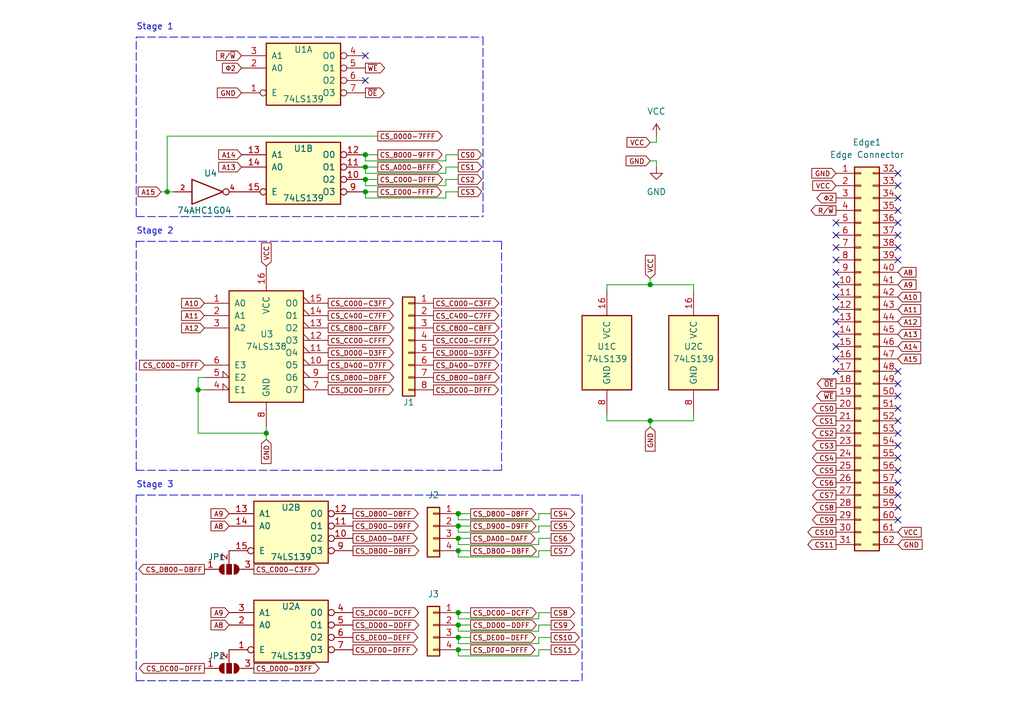
<source format=kicad_sch>
(kicad_sch (version 20211123) (generator eeschema)

  (uuid e63e39d7-6ac0-4ffd-8aa3-1841a4541b55)

  (paper "A5")

  (lib_symbols
    (symbol "74xGxx:74AHC1G04" (pin_names (offset 1.016)) (in_bom yes) (on_board yes)
      (property "Reference" "U" (id 0) (at -2.54 3.81 0)
        (effects (font (size 1.27 1.27)))
      )
      (property "Value" "74AHC1G04" (id 1) (at 0 -3.81 0)
        (effects (font (size 1.27 1.27)))
      )
      (property "Footprint" "" (id 2) (at 0 0 0)
        (effects (font (size 1.27 1.27)) hide)
      )
      (property "Datasheet" "http://www.ti.com/lit/sg/scyt129e/scyt129e.pdf" (id 3) (at 0 0 0)
        (effects (font (size 1.27 1.27)) hide)
      )
      (property "ki_keywords" "Single Gate NOT LVC CMOS" (id 4) (at 0 0 0)
        (effects (font (size 1.27 1.27)) hide)
      )
      (property "ki_description" "Single NOT Gate, Low-Voltage CMOS" (id 5) (at 0 0 0)
        (effects (font (size 1.27 1.27)) hide)
      )
      (property "ki_fp_filters" "SOT* SG-*" (id 6) (at 0 0 0)
        (effects (font (size 1.27 1.27)) hide)
      )
      (symbol "74AHC1G04_0_1"
        (polyline
          (pts
            (xy -3.81 2.54)
            (xy -3.81 -2.54)
            (xy 2.54 0)
            (xy -3.81 2.54)
          )
          (stroke (width 0.254) (type default) (color 0 0 0 0))
          (fill (type none))
        )
      )
      (symbol "74AHC1G04_1_1"
        (pin input line (at -7.62 0 0) (length 3.81)
          (name "~" (effects (font (size 1.016 1.016))))
          (number "2" (effects (font (size 1.016 1.016))))
        )
        (pin power_in line (at 0 -2.54 270) (length 0) hide
          (name "GND" (effects (font (size 1.016 1.016))))
          (number "3" (effects (font (size 1.016 1.016))))
        )
        (pin output inverted (at 6.35 0 180) (length 3.81)
          (name "~" (effects (font (size 1.016 1.016))))
          (number "4" (effects (font (size 1.016 1.016))))
        )
        (pin power_in line (at 0 2.54 90) (length 0) hide
          (name "VCC" (effects (font (size 1.016 1.016))))
          (number "5" (effects (font (size 1.016 1.016))))
        )
      )
    )
    (symbol "74xx:74LS138" (pin_names (offset 1.016)) (in_bom yes) (on_board yes)
      (property "Reference" "U" (id 0) (at -7.62 11.43 0)
        (effects (font (size 1.27 1.27)))
      )
      (property "Value" "74LS138" (id 1) (at -7.62 -13.97 0)
        (effects (font (size 1.27 1.27)))
      )
      (property "Footprint" "" (id 2) (at 0 0 0)
        (effects (font (size 1.27 1.27)) hide)
      )
      (property "Datasheet" "http://www.ti.com/lit/gpn/sn74LS138" (id 3) (at 0 0 0)
        (effects (font (size 1.27 1.27)) hide)
      )
      (property "ki_locked" "" (id 4) (at 0 0 0)
        (effects (font (size 1.27 1.27)))
      )
      (property "ki_keywords" "TTL DECOD DECOD8" (id 5) (at 0 0 0)
        (effects (font (size 1.27 1.27)) hide)
      )
      (property "ki_description" "Decoder 3 to 8 active low outputs" (id 6) (at 0 0 0)
        (effects (font (size 1.27 1.27)) hide)
      )
      (property "ki_fp_filters" "DIP?16*" (id 7) (at 0 0 0)
        (effects (font (size 1.27 1.27)) hide)
      )
      (symbol "74LS138_1_0"
        (pin input line (at -12.7 7.62 0) (length 5.08)
          (name "A0" (effects (font (size 1.27 1.27))))
          (number "1" (effects (font (size 1.27 1.27))))
        )
        (pin output output_low (at 12.7 -5.08 180) (length 5.08)
          (name "O5" (effects (font (size 1.27 1.27))))
          (number "10" (effects (font (size 1.27 1.27))))
        )
        (pin output output_low (at 12.7 -2.54 180) (length 5.08)
          (name "O4" (effects (font (size 1.27 1.27))))
          (number "11" (effects (font (size 1.27 1.27))))
        )
        (pin output output_low (at 12.7 0 180) (length 5.08)
          (name "O3" (effects (font (size 1.27 1.27))))
          (number "12" (effects (font (size 1.27 1.27))))
        )
        (pin output output_low (at 12.7 2.54 180) (length 5.08)
          (name "O2" (effects (font (size 1.27 1.27))))
          (number "13" (effects (font (size 1.27 1.27))))
        )
        (pin output output_low (at 12.7 5.08 180) (length 5.08)
          (name "O1" (effects (font (size 1.27 1.27))))
          (number "14" (effects (font (size 1.27 1.27))))
        )
        (pin output output_low (at 12.7 7.62 180) (length 5.08)
          (name "O0" (effects (font (size 1.27 1.27))))
          (number "15" (effects (font (size 1.27 1.27))))
        )
        (pin power_in line (at 0 15.24 270) (length 5.08)
          (name "VCC" (effects (font (size 1.27 1.27))))
          (number "16" (effects (font (size 1.27 1.27))))
        )
        (pin input line (at -12.7 5.08 0) (length 5.08)
          (name "A1" (effects (font (size 1.27 1.27))))
          (number "2" (effects (font (size 1.27 1.27))))
        )
        (pin input line (at -12.7 2.54 0) (length 5.08)
          (name "A2" (effects (font (size 1.27 1.27))))
          (number "3" (effects (font (size 1.27 1.27))))
        )
        (pin input input_low (at -12.7 -10.16 0) (length 5.08)
          (name "E1" (effects (font (size 1.27 1.27))))
          (number "4" (effects (font (size 1.27 1.27))))
        )
        (pin input input_low (at -12.7 -7.62 0) (length 5.08)
          (name "E2" (effects (font (size 1.27 1.27))))
          (number "5" (effects (font (size 1.27 1.27))))
        )
        (pin input line (at -12.7 -5.08 0) (length 5.08)
          (name "E3" (effects (font (size 1.27 1.27))))
          (number "6" (effects (font (size 1.27 1.27))))
        )
        (pin output output_low (at 12.7 -10.16 180) (length 5.08)
          (name "O7" (effects (font (size 1.27 1.27))))
          (number "7" (effects (font (size 1.27 1.27))))
        )
        (pin power_in line (at 0 -17.78 90) (length 5.08)
          (name "GND" (effects (font (size 1.27 1.27))))
          (number "8" (effects (font (size 1.27 1.27))))
        )
        (pin output output_low (at 12.7 -7.62 180) (length 5.08)
          (name "O6" (effects (font (size 1.27 1.27))))
          (number "9" (effects (font (size 1.27 1.27))))
        )
      )
      (symbol "74LS138_1_1"
        (rectangle (start -7.62 10.16) (end 7.62 -12.7)
          (stroke (width 0.254) (type default) (color 0 0 0 0))
          (fill (type background))
        )
      )
    )
    (symbol "74xx:74LS139" (pin_names (offset 1.016)) (in_bom yes) (on_board yes)
      (property "Reference" "U" (id 0) (at -7.62 8.89 0)
        (effects (font (size 1.27 1.27)))
      )
      (property "Value" "74LS139" (id 1) (at -7.62 -8.89 0)
        (effects (font (size 1.27 1.27)))
      )
      (property "Footprint" "" (id 2) (at 0 0 0)
        (effects (font (size 1.27 1.27)) hide)
      )
      (property "Datasheet" "http://www.ti.com/lit/ds/symlink/sn74ls139a.pdf" (id 3) (at 0 0 0)
        (effects (font (size 1.27 1.27)) hide)
      )
      (property "ki_locked" "" (id 4) (at 0 0 0)
        (effects (font (size 1.27 1.27)))
      )
      (property "ki_keywords" "TTL DECOD4" (id 5) (at 0 0 0)
        (effects (font (size 1.27 1.27)) hide)
      )
      (property "ki_description" "Dual Decoder 1 of 4, Active low outputs" (id 6) (at 0 0 0)
        (effects (font (size 1.27 1.27)) hide)
      )
      (property "ki_fp_filters" "DIP?16*" (id 7) (at 0 0 0)
        (effects (font (size 1.27 1.27)) hide)
      )
      (symbol "74LS139_1_0"
        (pin input inverted (at -12.7 -5.08 0) (length 5.08)
          (name "E" (effects (font (size 1.27 1.27))))
          (number "1" (effects (font (size 1.27 1.27))))
        )
        (pin input line (at -12.7 0 0) (length 5.08)
          (name "A0" (effects (font (size 1.27 1.27))))
          (number "2" (effects (font (size 1.27 1.27))))
        )
        (pin input line (at -12.7 2.54 0) (length 5.08)
          (name "A1" (effects (font (size 1.27 1.27))))
          (number "3" (effects (font (size 1.27 1.27))))
        )
        (pin output inverted (at 12.7 2.54 180) (length 5.08)
          (name "O0" (effects (font (size 1.27 1.27))))
          (number "4" (effects (font (size 1.27 1.27))))
        )
        (pin output inverted (at 12.7 0 180) (length 5.08)
          (name "O1" (effects (font (size 1.27 1.27))))
          (number "5" (effects (font (size 1.27 1.27))))
        )
        (pin output inverted (at 12.7 -2.54 180) (length 5.08)
          (name "O2" (effects (font (size 1.27 1.27))))
          (number "6" (effects (font (size 1.27 1.27))))
        )
        (pin output inverted (at 12.7 -5.08 180) (length 5.08)
          (name "O3" (effects (font (size 1.27 1.27))))
          (number "7" (effects (font (size 1.27 1.27))))
        )
      )
      (symbol "74LS139_1_1"
        (rectangle (start -7.62 5.08) (end 7.62 -7.62)
          (stroke (width 0.254) (type default) (color 0 0 0 0))
          (fill (type background))
        )
      )
      (symbol "74LS139_2_0"
        (pin output inverted (at 12.7 -2.54 180) (length 5.08)
          (name "O2" (effects (font (size 1.27 1.27))))
          (number "10" (effects (font (size 1.27 1.27))))
        )
        (pin output inverted (at 12.7 0 180) (length 5.08)
          (name "O1" (effects (font (size 1.27 1.27))))
          (number "11" (effects (font (size 1.27 1.27))))
        )
        (pin output inverted (at 12.7 2.54 180) (length 5.08)
          (name "O0" (effects (font (size 1.27 1.27))))
          (number "12" (effects (font (size 1.27 1.27))))
        )
        (pin input line (at -12.7 2.54 0) (length 5.08)
          (name "A1" (effects (font (size 1.27 1.27))))
          (number "13" (effects (font (size 1.27 1.27))))
        )
        (pin input line (at -12.7 0 0) (length 5.08)
          (name "A0" (effects (font (size 1.27 1.27))))
          (number "14" (effects (font (size 1.27 1.27))))
        )
        (pin input inverted (at -12.7 -5.08 0) (length 5.08)
          (name "E" (effects (font (size 1.27 1.27))))
          (number "15" (effects (font (size 1.27 1.27))))
        )
        (pin output inverted (at 12.7 -5.08 180) (length 5.08)
          (name "O3" (effects (font (size 1.27 1.27))))
          (number "9" (effects (font (size 1.27 1.27))))
        )
      )
      (symbol "74LS139_2_1"
        (rectangle (start -7.62 5.08) (end 7.62 -7.62)
          (stroke (width 0.254) (type default) (color 0 0 0 0))
          (fill (type background))
        )
      )
      (symbol "74LS139_3_0"
        (pin power_in line (at 0 12.7 270) (length 5.08)
          (name "VCC" (effects (font (size 1.27 1.27))))
          (number "16" (effects (font (size 1.27 1.27))))
        )
        (pin power_in line (at 0 -12.7 90) (length 5.08)
          (name "GND" (effects (font (size 1.27 1.27))))
          (number "8" (effects (font (size 1.27 1.27))))
        )
      )
      (symbol "74LS139_3_1"
        (rectangle (start -5.08 7.62) (end 5.08 -7.62)
          (stroke (width 0.254) (type default) (color 0 0 0 0))
          (fill (type background))
        )
      )
    )
    (symbol "Connector_Generic:Conn_01x04" (pin_names (offset 1.016) hide) (in_bom yes) (on_board yes)
      (property "Reference" "J" (id 0) (at 0 5.08 0)
        (effects (font (size 1.27 1.27)))
      )
      (property "Value" "Conn_01x04" (id 1) (at 0 -7.62 0)
        (effects (font (size 1.27 1.27)))
      )
      (property "Footprint" "" (id 2) (at 0 0 0)
        (effects (font (size 1.27 1.27)) hide)
      )
      (property "Datasheet" "~" (id 3) (at 0 0 0)
        (effects (font (size 1.27 1.27)) hide)
      )
      (property "ki_keywords" "connector" (id 4) (at 0 0 0)
        (effects (font (size 1.27 1.27)) hide)
      )
      (property "ki_description" "Generic connector, single row, 01x04, script generated (kicad-library-utils/schlib/autogen/connector/)" (id 5) (at 0 0 0)
        (effects (font (size 1.27 1.27)) hide)
      )
      (property "ki_fp_filters" "Connector*:*_1x??_*" (id 6) (at 0 0 0)
        (effects (font (size 1.27 1.27)) hide)
      )
      (symbol "Conn_01x04_1_1"
        (rectangle (start -1.27 -4.953) (end 0 -5.207)
          (stroke (width 0.1524) (type default) (color 0 0 0 0))
          (fill (type none))
        )
        (rectangle (start -1.27 -2.413) (end 0 -2.667)
          (stroke (width 0.1524) (type default) (color 0 0 0 0))
          (fill (type none))
        )
        (rectangle (start -1.27 0.127) (end 0 -0.127)
          (stroke (width 0.1524) (type default) (color 0 0 0 0))
          (fill (type none))
        )
        (rectangle (start -1.27 2.667) (end 0 2.413)
          (stroke (width 0.1524) (type default) (color 0 0 0 0))
          (fill (type none))
        )
        (rectangle (start -1.27 3.81) (end 1.27 -6.35)
          (stroke (width 0.254) (type default) (color 0 0 0 0))
          (fill (type background))
        )
        (pin passive line (at -5.08 2.54 0) (length 3.81)
          (name "Pin_1" (effects (font (size 1.27 1.27))))
          (number "1" (effects (font (size 1.27 1.27))))
        )
        (pin passive line (at -5.08 0 0) (length 3.81)
          (name "Pin_2" (effects (font (size 1.27 1.27))))
          (number "2" (effects (font (size 1.27 1.27))))
        )
        (pin passive line (at -5.08 -2.54 0) (length 3.81)
          (name "Pin_3" (effects (font (size 1.27 1.27))))
          (number "3" (effects (font (size 1.27 1.27))))
        )
        (pin passive line (at -5.08 -5.08 0) (length 3.81)
          (name "Pin_4" (effects (font (size 1.27 1.27))))
          (number "4" (effects (font (size 1.27 1.27))))
        )
      )
    )
    (symbol "Connector_Generic:Conn_01x08" (pin_names (offset 1.016) hide) (in_bom yes) (on_board yes)
      (property "Reference" "J" (id 0) (at 0 10.16 0)
        (effects (font (size 1.27 1.27)))
      )
      (property "Value" "Conn_01x08" (id 1) (at 0 -12.7 0)
        (effects (font (size 1.27 1.27)))
      )
      (property "Footprint" "" (id 2) (at 0 0 0)
        (effects (font (size 1.27 1.27)) hide)
      )
      (property "Datasheet" "~" (id 3) (at 0 0 0)
        (effects (font (size 1.27 1.27)) hide)
      )
      (property "ki_keywords" "connector" (id 4) (at 0 0 0)
        (effects (font (size 1.27 1.27)) hide)
      )
      (property "ki_description" "Generic connector, single row, 01x08, script generated (kicad-library-utils/schlib/autogen/connector/)" (id 5) (at 0 0 0)
        (effects (font (size 1.27 1.27)) hide)
      )
      (property "ki_fp_filters" "Connector*:*_1x??_*" (id 6) (at 0 0 0)
        (effects (font (size 1.27 1.27)) hide)
      )
      (symbol "Conn_01x08_1_1"
        (rectangle (start -1.27 -10.033) (end 0 -10.287)
          (stroke (width 0.1524) (type default) (color 0 0 0 0))
          (fill (type none))
        )
        (rectangle (start -1.27 -7.493) (end 0 -7.747)
          (stroke (width 0.1524) (type default) (color 0 0 0 0))
          (fill (type none))
        )
        (rectangle (start -1.27 -4.953) (end 0 -5.207)
          (stroke (width 0.1524) (type default) (color 0 0 0 0))
          (fill (type none))
        )
        (rectangle (start -1.27 -2.413) (end 0 -2.667)
          (stroke (width 0.1524) (type default) (color 0 0 0 0))
          (fill (type none))
        )
        (rectangle (start -1.27 0.127) (end 0 -0.127)
          (stroke (width 0.1524) (type default) (color 0 0 0 0))
          (fill (type none))
        )
        (rectangle (start -1.27 2.667) (end 0 2.413)
          (stroke (width 0.1524) (type default) (color 0 0 0 0))
          (fill (type none))
        )
        (rectangle (start -1.27 5.207) (end 0 4.953)
          (stroke (width 0.1524) (type default) (color 0 0 0 0))
          (fill (type none))
        )
        (rectangle (start -1.27 7.747) (end 0 7.493)
          (stroke (width 0.1524) (type default) (color 0 0 0 0))
          (fill (type none))
        )
        (rectangle (start -1.27 8.89) (end 1.27 -11.43)
          (stroke (width 0.254) (type default) (color 0 0 0 0))
          (fill (type background))
        )
        (pin passive line (at -5.08 7.62 0) (length 3.81)
          (name "Pin_1" (effects (font (size 1.27 1.27))))
          (number "1" (effects (font (size 1.27 1.27))))
        )
        (pin passive line (at -5.08 5.08 0) (length 3.81)
          (name "Pin_2" (effects (font (size 1.27 1.27))))
          (number "2" (effects (font (size 1.27 1.27))))
        )
        (pin passive line (at -5.08 2.54 0) (length 3.81)
          (name "Pin_3" (effects (font (size 1.27 1.27))))
          (number "3" (effects (font (size 1.27 1.27))))
        )
        (pin passive line (at -5.08 0 0) (length 3.81)
          (name "Pin_4" (effects (font (size 1.27 1.27))))
          (number "4" (effects (font (size 1.27 1.27))))
        )
        (pin passive line (at -5.08 -2.54 0) (length 3.81)
          (name "Pin_5" (effects (font (size 1.27 1.27))))
          (number "5" (effects (font (size 1.27 1.27))))
        )
        (pin passive line (at -5.08 -5.08 0) (length 3.81)
          (name "Pin_6" (effects (font (size 1.27 1.27))))
          (number "6" (effects (font (size 1.27 1.27))))
        )
        (pin passive line (at -5.08 -7.62 0) (length 3.81)
          (name "Pin_7" (effects (font (size 1.27 1.27))))
          (number "7" (effects (font (size 1.27 1.27))))
        )
        (pin passive line (at -5.08 -10.16 0) (length 3.81)
          (name "Pin_8" (effects (font (size 1.27 1.27))))
          (number "8" (effects (font (size 1.27 1.27))))
        )
      )
    )
    (symbol "Connector_Generic:Conn_02x31_Top_Bottom" (pin_names (offset 1.016) hide) (in_bom yes) (on_board yes)
      (property "Reference" "J" (id 0) (at 1.27 40.64 0)
        (effects (font (size 1.27 1.27)))
      )
      (property "Value" "Conn_02x31_Top_Bottom" (id 1) (at 1.27 -40.64 0)
        (effects (font (size 1.27 1.27)))
      )
      (property "Footprint" "" (id 2) (at 0 0 0)
        (effects (font (size 1.27 1.27)) hide)
      )
      (property "Datasheet" "~" (id 3) (at 0 0 0)
        (effects (font (size 1.27 1.27)) hide)
      )
      (property "ki_keywords" "connector" (id 4) (at 0 0 0)
        (effects (font (size 1.27 1.27)) hide)
      )
      (property "ki_description" "Generic connector, double row, 02x31, top/bottom pin numbering scheme (row 1: 1...pins_per_row, row2: pins_per_row+1 ... num_pins), script generated (kicad-library-utils/schlib/autogen/connector/)" (id 5) (at 0 0 0)
        (effects (font (size 1.27 1.27)) hide)
      )
      (property "ki_fp_filters" "Connector*:*_2x??_*" (id 6) (at 0 0 0)
        (effects (font (size 1.27 1.27)) hide)
      )
      (symbol "Conn_02x31_Top_Bottom_1_1"
        (rectangle (start -1.27 -37.973) (end 0 -38.227)
          (stroke (width 0.1524) (type default) (color 0 0 0 0))
          (fill (type none))
        )
        (rectangle (start -1.27 -35.433) (end 0 -35.687)
          (stroke (width 0.1524) (type default) (color 0 0 0 0))
          (fill (type none))
        )
        (rectangle (start -1.27 -32.893) (end 0 -33.147)
          (stroke (width 0.1524) (type default) (color 0 0 0 0))
          (fill (type none))
        )
        (rectangle (start -1.27 -30.353) (end 0 -30.607)
          (stroke (width 0.1524) (type default) (color 0 0 0 0))
          (fill (type none))
        )
        (rectangle (start -1.27 -27.813) (end 0 -28.067)
          (stroke (width 0.1524) (type default) (color 0 0 0 0))
          (fill (type none))
        )
        (rectangle (start -1.27 -25.273) (end 0 -25.527)
          (stroke (width 0.1524) (type default) (color 0 0 0 0))
          (fill (type none))
        )
        (rectangle (start -1.27 -22.733) (end 0 -22.987)
          (stroke (width 0.1524) (type default) (color 0 0 0 0))
          (fill (type none))
        )
        (rectangle (start -1.27 -20.193) (end 0 -20.447)
          (stroke (width 0.1524) (type default) (color 0 0 0 0))
          (fill (type none))
        )
        (rectangle (start -1.27 -17.653) (end 0 -17.907)
          (stroke (width 0.1524) (type default) (color 0 0 0 0))
          (fill (type none))
        )
        (rectangle (start -1.27 -15.113) (end 0 -15.367)
          (stroke (width 0.1524) (type default) (color 0 0 0 0))
          (fill (type none))
        )
        (rectangle (start -1.27 -12.573) (end 0 -12.827)
          (stroke (width 0.1524) (type default) (color 0 0 0 0))
          (fill (type none))
        )
        (rectangle (start -1.27 -10.033) (end 0 -10.287)
          (stroke (width 0.1524) (type default) (color 0 0 0 0))
          (fill (type none))
        )
        (rectangle (start -1.27 -7.493) (end 0 -7.747)
          (stroke (width 0.1524) (type default) (color 0 0 0 0))
          (fill (type none))
        )
        (rectangle (start -1.27 -4.953) (end 0 -5.207)
          (stroke (width 0.1524) (type default) (color 0 0 0 0))
          (fill (type none))
        )
        (rectangle (start -1.27 -2.413) (end 0 -2.667)
          (stroke (width 0.1524) (type default) (color 0 0 0 0))
          (fill (type none))
        )
        (rectangle (start -1.27 0.127) (end 0 -0.127)
          (stroke (width 0.1524) (type default) (color 0 0 0 0))
          (fill (type none))
        )
        (rectangle (start -1.27 2.667) (end 0 2.413)
          (stroke (width 0.1524) (type default) (color 0 0 0 0))
          (fill (type none))
        )
        (rectangle (start -1.27 5.207) (end 0 4.953)
          (stroke (width 0.1524) (type default) (color 0 0 0 0))
          (fill (type none))
        )
        (rectangle (start -1.27 7.747) (end 0 7.493)
          (stroke (width 0.1524) (type default) (color 0 0 0 0))
          (fill (type none))
        )
        (rectangle (start -1.27 10.287) (end 0 10.033)
          (stroke (width 0.1524) (type default) (color 0 0 0 0))
          (fill (type none))
        )
        (rectangle (start -1.27 12.827) (end 0 12.573)
          (stroke (width 0.1524) (type default) (color 0 0 0 0))
          (fill (type none))
        )
        (rectangle (start -1.27 15.367) (end 0 15.113)
          (stroke (width 0.1524) (type default) (color 0 0 0 0))
          (fill (type none))
        )
        (rectangle (start -1.27 17.907) (end 0 17.653)
          (stroke (width 0.1524) (type default) (color 0 0 0 0))
          (fill (type none))
        )
        (rectangle (start -1.27 20.447) (end 0 20.193)
          (stroke (width 0.1524) (type default) (color 0 0 0 0))
          (fill (type none))
        )
        (rectangle (start -1.27 22.987) (end 0 22.733)
          (stroke (width 0.1524) (type default) (color 0 0 0 0))
          (fill (type none))
        )
        (rectangle (start -1.27 25.527) (end 0 25.273)
          (stroke (width 0.1524) (type default) (color 0 0 0 0))
          (fill (type none))
        )
        (rectangle (start -1.27 28.067) (end 0 27.813)
          (stroke (width 0.1524) (type default) (color 0 0 0 0))
          (fill (type none))
        )
        (rectangle (start -1.27 30.607) (end 0 30.353)
          (stroke (width 0.1524) (type default) (color 0 0 0 0))
          (fill (type none))
        )
        (rectangle (start -1.27 33.147) (end 0 32.893)
          (stroke (width 0.1524) (type default) (color 0 0 0 0))
          (fill (type none))
        )
        (rectangle (start -1.27 35.687) (end 0 35.433)
          (stroke (width 0.1524) (type default) (color 0 0 0 0))
          (fill (type none))
        )
        (rectangle (start -1.27 38.227) (end 0 37.973)
          (stroke (width 0.1524) (type default) (color 0 0 0 0))
          (fill (type none))
        )
        (rectangle (start -1.27 39.37) (end 3.81 -39.37)
          (stroke (width 0.254) (type default) (color 0 0 0 0))
          (fill (type background))
        )
        (rectangle (start 3.81 -37.973) (end 2.54 -38.227)
          (stroke (width 0.1524) (type default) (color 0 0 0 0))
          (fill (type none))
        )
        (rectangle (start 3.81 -35.433) (end 2.54 -35.687)
          (stroke (width 0.1524) (type default) (color 0 0 0 0))
          (fill (type none))
        )
        (rectangle (start 3.81 -32.893) (end 2.54 -33.147)
          (stroke (width 0.1524) (type default) (color 0 0 0 0))
          (fill (type none))
        )
        (rectangle (start 3.81 -30.353) (end 2.54 -30.607)
          (stroke (width 0.1524) (type default) (color 0 0 0 0))
          (fill (type none))
        )
        (rectangle (start 3.81 -27.813) (end 2.54 -28.067)
          (stroke (width 0.1524) (type default) (color 0 0 0 0))
          (fill (type none))
        )
        (rectangle (start 3.81 -25.273) (end 2.54 -25.527)
          (stroke (width 0.1524) (type default) (color 0 0 0 0))
          (fill (type none))
        )
        (rectangle (start 3.81 -22.733) (end 2.54 -22.987)
          (stroke (width 0.1524) (type default) (color 0 0 0 0))
          (fill (type none))
        )
        (rectangle (start 3.81 -20.193) (end 2.54 -20.447)
          (stroke (width 0.1524) (type default) (color 0 0 0 0))
          (fill (type none))
        )
        (rectangle (start 3.81 -17.653) (end 2.54 -17.907)
          (stroke (width 0.1524) (type default) (color 0 0 0 0))
          (fill (type none))
        )
        (rectangle (start 3.81 -15.113) (end 2.54 -15.367)
          (stroke (width 0.1524) (type default) (color 0 0 0 0))
          (fill (type none))
        )
        (rectangle (start 3.81 -12.573) (end 2.54 -12.827)
          (stroke (width 0.1524) (type default) (color 0 0 0 0))
          (fill (type none))
        )
        (rectangle (start 3.81 -10.033) (end 2.54 -10.287)
          (stroke (width 0.1524) (type default) (color 0 0 0 0))
          (fill (type none))
        )
        (rectangle (start 3.81 -7.493) (end 2.54 -7.747)
          (stroke (width 0.1524) (type default) (color 0 0 0 0))
          (fill (type none))
        )
        (rectangle (start 3.81 -4.953) (end 2.54 -5.207)
          (stroke (width 0.1524) (type default) (color 0 0 0 0))
          (fill (type none))
        )
        (rectangle (start 3.81 -2.413) (end 2.54 -2.667)
          (stroke (width 0.1524) (type default) (color 0 0 0 0))
          (fill (type none))
        )
        (rectangle (start 3.81 0.127) (end 2.54 -0.127)
          (stroke (width 0.1524) (type default) (color 0 0 0 0))
          (fill (type none))
        )
        (rectangle (start 3.81 2.667) (end 2.54 2.413)
          (stroke (width 0.1524) (type default) (color 0 0 0 0))
          (fill (type none))
        )
        (rectangle (start 3.81 5.207) (end 2.54 4.953)
          (stroke (width 0.1524) (type default) (color 0 0 0 0))
          (fill (type none))
        )
        (rectangle (start 3.81 7.747) (end 2.54 7.493)
          (stroke (width 0.1524) (type default) (color 0 0 0 0))
          (fill (type none))
        )
        (rectangle (start 3.81 10.287) (end 2.54 10.033)
          (stroke (width 0.1524) (type default) (color 0 0 0 0))
          (fill (type none))
        )
        (rectangle (start 3.81 12.827) (end 2.54 12.573)
          (stroke (width 0.1524) (type default) (color 0 0 0 0))
          (fill (type none))
        )
        (rectangle (start 3.81 15.367) (end 2.54 15.113)
          (stroke (width 0.1524) (type default) (color 0 0 0 0))
          (fill (type none))
        )
        (rectangle (start 3.81 17.907) (end 2.54 17.653)
          (stroke (width 0.1524) (type default) (color 0 0 0 0))
          (fill (type none))
        )
        (rectangle (start 3.81 20.447) (end 2.54 20.193)
          (stroke (width 0.1524) (type default) (color 0 0 0 0))
          (fill (type none))
        )
        (rectangle (start 3.81 22.987) (end 2.54 22.733)
          (stroke (width 0.1524) (type default) (color 0 0 0 0))
          (fill (type none))
        )
        (rectangle (start 3.81 25.527) (end 2.54 25.273)
          (stroke (width 0.1524) (type default) (color 0 0 0 0))
          (fill (type none))
        )
        (rectangle (start 3.81 28.067) (end 2.54 27.813)
          (stroke (width 0.1524) (type default) (color 0 0 0 0))
          (fill (type none))
        )
        (rectangle (start 3.81 30.607) (end 2.54 30.353)
          (stroke (width 0.1524) (type default) (color 0 0 0 0))
          (fill (type none))
        )
        (rectangle (start 3.81 33.147) (end 2.54 32.893)
          (stroke (width 0.1524) (type default) (color 0 0 0 0))
          (fill (type none))
        )
        (rectangle (start 3.81 35.687) (end 2.54 35.433)
          (stroke (width 0.1524) (type default) (color 0 0 0 0))
          (fill (type none))
        )
        (rectangle (start 3.81 38.227) (end 2.54 37.973)
          (stroke (width 0.1524) (type default) (color 0 0 0 0))
          (fill (type none))
        )
        (pin passive line (at -5.08 38.1 0) (length 3.81)
          (name "Pin_1" (effects (font (size 1.27 1.27))))
          (number "1" (effects (font (size 1.27 1.27))))
        )
        (pin passive line (at -5.08 15.24 0) (length 3.81)
          (name "Pin_10" (effects (font (size 1.27 1.27))))
          (number "10" (effects (font (size 1.27 1.27))))
        )
        (pin passive line (at -5.08 12.7 0) (length 3.81)
          (name "Pin_11" (effects (font (size 1.27 1.27))))
          (number "11" (effects (font (size 1.27 1.27))))
        )
        (pin passive line (at -5.08 10.16 0) (length 3.81)
          (name "Pin_12" (effects (font (size 1.27 1.27))))
          (number "12" (effects (font (size 1.27 1.27))))
        )
        (pin passive line (at -5.08 7.62 0) (length 3.81)
          (name "Pin_13" (effects (font (size 1.27 1.27))))
          (number "13" (effects (font (size 1.27 1.27))))
        )
        (pin passive line (at -5.08 5.08 0) (length 3.81)
          (name "Pin_14" (effects (font (size 1.27 1.27))))
          (number "14" (effects (font (size 1.27 1.27))))
        )
        (pin passive line (at -5.08 2.54 0) (length 3.81)
          (name "Pin_15" (effects (font (size 1.27 1.27))))
          (number "15" (effects (font (size 1.27 1.27))))
        )
        (pin passive line (at -5.08 0 0) (length 3.81)
          (name "Pin_16" (effects (font (size 1.27 1.27))))
          (number "16" (effects (font (size 1.27 1.27))))
        )
        (pin passive line (at -5.08 -2.54 0) (length 3.81)
          (name "Pin_17" (effects (font (size 1.27 1.27))))
          (number "17" (effects (font (size 1.27 1.27))))
        )
        (pin passive line (at -5.08 -5.08 0) (length 3.81)
          (name "Pin_18" (effects (font (size 1.27 1.27))))
          (number "18" (effects (font (size 1.27 1.27))))
        )
        (pin passive line (at -5.08 -7.62 0) (length 3.81)
          (name "Pin_19" (effects (font (size 1.27 1.27))))
          (number "19" (effects (font (size 1.27 1.27))))
        )
        (pin passive line (at -5.08 35.56 0) (length 3.81)
          (name "Pin_2" (effects (font (size 1.27 1.27))))
          (number "2" (effects (font (size 1.27 1.27))))
        )
        (pin passive line (at -5.08 -10.16 0) (length 3.81)
          (name "Pin_20" (effects (font (size 1.27 1.27))))
          (number "20" (effects (font (size 1.27 1.27))))
        )
        (pin passive line (at -5.08 -12.7 0) (length 3.81)
          (name "Pin_21" (effects (font (size 1.27 1.27))))
          (number "21" (effects (font (size 1.27 1.27))))
        )
        (pin passive line (at -5.08 -15.24 0) (length 3.81)
          (name "Pin_22" (effects (font (size 1.27 1.27))))
          (number "22" (effects (font (size 1.27 1.27))))
        )
        (pin passive line (at -5.08 -17.78 0) (length 3.81)
          (name "Pin_23" (effects (font (size 1.27 1.27))))
          (number "23" (effects (font (size 1.27 1.27))))
        )
        (pin passive line (at -5.08 -20.32 0) (length 3.81)
          (name "Pin_24" (effects (font (size 1.27 1.27))))
          (number "24" (effects (font (size 1.27 1.27))))
        )
        (pin passive line (at -5.08 -22.86 0) (length 3.81)
          (name "Pin_25" (effects (font (size 1.27 1.27))))
          (number "25" (effects (font (size 1.27 1.27))))
        )
        (pin passive line (at -5.08 -25.4 0) (length 3.81)
          (name "Pin_26" (effects (font (size 1.27 1.27))))
          (number "26" (effects (font (size 1.27 1.27))))
        )
        (pin passive line (at -5.08 -27.94 0) (length 3.81)
          (name "Pin_27" (effects (font (size 1.27 1.27))))
          (number "27" (effects (font (size 1.27 1.27))))
        )
        (pin passive line (at -5.08 -30.48 0) (length 3.81)
          (name "Pin_28" (effects (font (size 1.27 1.27))))
          (number "28" (effects (font (size 1.27 1.27))))
        )
        (pin passive line (at -5.08 -33.02 0) (length 3.81)
          (name "Pin_29" (effects (font (size 1.27 1.27))))
          (number "29" (effects (font (size 1.27 1.27))))
        )
        (pin passive line (at -5.08 33.02 0) (length 3.81)
          (name "Pin_3" (effects (font (size 1.27 1.27))))
          (number "3" (effects (font (size 1.27 1.27))))
        )
        (pin passive line (at -5.08 -35.56 0) (length 3.81)
          (name "Pin_30" (effects (font (size 1.27 1.27))))
          (number "30" (effects (font (size 1.27 1.27))))
        )
        (pin passive line (at -5.08 -38.1 0) (length 3.81)
          (name "Pin_31" (effects (font (size 1.27 1.27))))
          (number "31" (effects (font (size 1.27 1.27))))
        )
        (pin passive line (at 7.62 38.1 180) (length 3.81)
          (name "Pin_32" (effects (font (size 1.27 1.27))))
          (number "32" (effects (font (size 1.27 1.27))))
        )
        (pin passive line (at 7.62 35.56 180) (length 3.81)
          (name "Pin_33" (effects (font (size 1.27 1.27))))
          (number "33" (effects (font (size 1.27 1.27))))
        )
        (pin passive line (at 7.62 33.02 180) (length 3.81)
          (name "Pin_34" (effects (font (size 1.27 1.27))))
          (number "34" (effects (font (size 1.27 1.27))))
        )
        (pin passive line (at 7.62 30.48 180) (length 3.81)
          (name "Pin_35" (effects (font (size 1.27 1.27))))
          (number "35" (effects (font (size 1.27 1.27))))
        )
        (pin passive line (at 7.62 27.94 180) (length 3.81)
          (name "Pin_36" (effects (font (size 1.27 1.27))))
          (number "36" (effects (font (size 1.27 1.27))))
        )
        (pin passive line (at 7.62 25.4 180) (length 3.81)
          (name "Pin_37" (effects (font (size 1.27 1.27))))
          (number "37" (effects (font (size 1.27 1.27))))
        )
        (pin passive line (at 7.62 22.86 180) (length 3.81)
          (name "Pin_38" (effects (font (size 1.27 1.27))))
          (number "38" (effects (font (size 1.27 1.27))))
        )
        (pin passive line (at 7.62 20.32 180) (length 3.81)
          (name "Pin_39" (effects (font (size 1.27 1.27))))
          (number "39" (effects (font (size 1.27 1.27))))
        )
        (pin passive line (at -5.08 30.48 0) (length 3.81)
          (name "Pin_4" (effects (font (size 1.27 1.27))))
          (number "4" (effects (font (size 1.27 1.27))))
        )
        (pin passive line (at 7.62 17.78 180) (length 3.81)
          (name "Pin_40" (effects (font (size 1.27 1.27))))
          (number "40" (effects (font (size 1.27 1.27))))
        )
        (pin passive line (at 7.62 15.24 180) (length 3.81)
          (name "Pin_41" (effects (font (size 1.27 1.27))))
          (number "41" (effects (font (size 1.27 1.27))))
        )
        (pin passive line (at 7.62 12.7 180) (length 3.81)
          (name "Pin_42" (effects (font (size 1.27 1.27))))
          (number "42" (effects (font (size 1.27 1.27))))
        )
        (pin passive line (at 7.62 10.16 180) (length 3.81)
          (name "Pin_43" (effects (font (size 1.27 1.27))))
          (number "43" (effects (font (size 1.27 1.27))))
        )
        (pin passive line (at 7.62 7.62 180) (length 3.81)
          (name "Pin_44" (effects (font (size 1.27 1.27))))
          (number "44" (effects (font (size 1.27 1.27))))
        )
        (pin passive line (at 7.62 5.08 180) (length 3.81)
          (name "Pin_45" (effects (font (size 1.27 1.27))))
          (number "45" (effects (font (size 1.27 1.27))))
        )
        (pin passive line (at 7.62 2.54 180) (length 3.81)
          (name "Pin_46" (effects (font (size 1.27 1.27))))
          (number "46" (effects (font (size 1.27 1.27))))
        )
        (pin passive line (at 7.62 0 180) (length 3.81)
          (name "Pin_47" (effects (font (size 1.27 1.27))))
          (number "47" (effects (font (size 1.27 1.27))))
        )
        (pin passive line (at 7.62 -2.54 180) (length 3.81)
          (name "Pin_48" (effects (font (size 1.27 1.27))))
          (number "48" (effects (font (size 1.27 1.27))))
        )
        (pin passive line (at 7.62 -5.08 180) (length 3.81)
          (name "Pin_49" (effects (font (size 1.27 1.27))))
          (number "49" (effects (font (size 1.27 1.27))))
        )
        (pin passive line (at -5.08 27.94 0) (length 3.81)
          (name "Pin_5" (effects (font (size 1.27 1.27))))
          (number "5" (effects (font (size 1.27 1.27))))
        )
        (pin passive line (at 7.62 -7.62 180) (length 3.81)
          (name "Pin_50" (effects (font (size 1.27 1.27))))
          (number "50" (effects (font (size 1.27 1.27))))
        )
        (pin passive line (at 7.62 -10.16 180) (length 3.81)
          (name "Pin_51" (effects (font (size 1.27 1.27))))
          (number "51" (effects (font (size 1.27 1.27))))
        )
        (pin passive line (at 7.62 -12.7 180) (length 3.81)
          (name "Pin_52" (effects (font (size 1.27 1.27))))
          (number "52" (effects (font (size 1.27 1.27))))
        )
        (pin passive line (at 7.62 -15.24 180) (length 3.81)
          (name "Pin_53" (effects (font (size 1.27 1.27))))
          (number "53" (effects (font (size 1.27 1.27))))
        )
        (pin passive line (at 7.62 -17.78 180) (length 3.81)
          (name "Pin_54" (effects (font (size 1.27 1.27))))
          (number "54" (effects (font (size 1.27 1.27))))
        )
        (pin passive line (at 7.62 -20.32 180) (length 3.81)
          (name "Pin_55" (effects (font (size 1.27 1.27))))
          (number "55" (effects (font (size 1.27 1.27))))
        )
        (pin passive line (at 7.62 -22.86 180) (length 3.81)
          (name "Pin_56" (effects (font (size 1.27 1.27))))
          (number "56" (effects (font (size 1.27 1.27))))
        )
        (pin passive line (at 7.62 -25.4 180) (length 3.81)
          (name "Pin_57" (effects (font (size 1.27 1.27))))
          (number "57" (effects (font (size 1.27 1.27))))
        )
        (pin passive line (at 7.62 -27.94 180) (length 3.81)
          (name "Pin_58" (effects (font (size 1.27 1.27))))
          (number "58" (effects (font (size 1.27 1.27))))
        )
        (pin passive line (at 7.62 -30.48 180) (length 3.81)
          (name "Pin_59" (effects (font (size 1.27 1.27))))
          (number "59" (effects (font (size 1.27 1.27))))
        )
        (pin passive line (at -5.08 25.4 0) (length 3.81)
          (name "Pin_6" (effects (font (size 1.27 1.27))))
          (number "6" (effects (font (size 1.27 1.27))))
        )
        (pin passive line (at 7.62 -33.02 180) (length 3.81)
          (name "Pin_60" (effects (font (size 1.27 1.27))))
          (number "60" (effects (font (size 1.27 1.27))))
        )
        (pin passive line (at 7.62 -35.56 180) (length 3.81)
          (name "Pin_61" (effects (font (size 1.27 1.27))))
          (number "61" (effects (font (size 1.27 1.27))))
        )
        (pin passive line (at 7.62 -38.1 180) (length 3.81)
          (name "Pin_62" (effects (font (size 1.27 1.27))))
          (number "62" (effects (font (size 1.27 1.27))))
        )
        (pin passive line (at -5.08 22.86 0) (length 3.81)
          (name "Pin_7" (effects (font (size 1.27 1.27))))
          (number "7" (effects (font (size 1.27 1.27))))
        )
        (pin passive line (at -5.08 20.32 0) (length 3.81)
          (name "Pin_8" (effects (font (size 1.27 1.27))))
          (number "8" (effects (font (size 1.27 1.27))))
        )
        (pin passive line (at -5.08 17.78 0) (length 3.81)
          (name "Pin_9" (effects (font (size 1.27 1.27))))
          (number "9" (effects (font (size 1.27 1.27))))
        )
      )
    )
    (symbol "Jumper:SolderJumper_3_Open" (pin_names (offset 0) hide) (in_bom yes) (on_board yes)
      (property "Reference" "JP" (id 0) (at -2.54 -2.54 0)
        (effects (font (size 1.27 1.27)))
      )
      (property "Value" "SolderJumper_3_Open" (id 1) (at 0 2.794 0)
        (effects (font (size 1.27 1.27)))
      )
      (property "Footprint" "" (id 2) (at 0 0 0)
        (effects (font (size 1.27 1.27)) hide)
      )
      (property "Datasheet" "~" (id 3) (at 0 0 0)
        (effects (font (size 1.27 1.27)) hide)
      )
      (property "ki_keywords" "Solder Jumper SPDT" (id 4) (at 0 0 0)
        (effects (font (size 1.27 1.27)) hide)
      )
      (property "ki_description" "Solder Jumper, 3-pole, open" (id 5) (at 0 0 0)
        (effects (font (size 1.27 1.27)) hide)
      )
      (property "ki_fp_filters" "SolderJumper*Open*" (id 6) (at 0 0 0)
        (effects (font (size 1.27 1.27)) hide)
      )
      (symbol "SolderJumper_3_Open_0_1"
        (arc (start -1.016 1.016) (mid -2.032 0) (end -1.016 -1.016)
          (stroke (width 0) (type default) (color 0 0 0 0))
          (fill (type none))
        )
        (arc (start -1.016 1.016) (mid -2.032 0) (end -1.016 -1.016)
          (stroke (width 0) (type default) (color 0 0 0 0))
          (fill (type outline))
        )
        (rectangle (start -0.508 1.016) (end 0.508 -1.016)
          (stroke (width 0) (type default) (color 0 0 0 0))
          (fill (type outline))
        )
        (polyline
          (pts
            (xy -2.54 0)
            (xy -2.032 0)
          )
          (stroke (width 0) (type default) (color 0 0 0 0))
          (fill (type none))
        )
        (polyline
          (pts
            (xy -1.016 1.016)
            (xy -1.016 -1.016)
          )
          (stroke (width 0) (type default) (color 0 0 0 0))
          (fill (type none))
        )
        (polyline
          (pts
            (xy 0 -1.27)
            (xy 0 -1.016)
          )
          (stroke (width 0) (type default) (color 0 0 0 0))
          (fill (type none))
        )
        (polyline
          (pts
            (xy 1.016 1.016)
            (xy 1.016 -1.016)
          )
          (stroke (width 0) (type default) (color 0 0 0 0))
          (fill (type none))
        )
        (polyline
          (pts
            (xy 2.54 0)
            (xy 2.032 0)
          )
          (stroke (width 0) (type default) (color 0 0 0 0))
          (fill (type none))
        )
        (arc (start 1.016 -1.016) (mid 2.032 0) (end 1.016 1.016)
          (stroke (width 0) (type default) (color 0 0 0 0))
          (fill (type none))
        )
        (arc (start 1.016 -1.016) (mid 2.032 0) (end 1.016 1.016)
          (stroke (width 0) (type default) (color 0 0 0 0))
          (fill (type outline))
        )
      )
      (symbol "SolderJumper_3_Open_1_1"
        (pin passive line (at -5.08 0 0) (length 2.54)
          (name "A" (effects (font (size 1.27 1.27))))
          (number "1" (effects (font (size 1.27 1.27))))
        )
        (pin passive line (at 0 -3.81 90) (length 2.54)
          (name "C" (effects (font (size 1.27 1.27))))
          (number "2" (effects (font (size 1.27 1.27))))
        )
        (pin passive line (at 5.08 0 180) (length 2.54)
          (name "B" (effects (font (size 1.27 1.27))))
          (number "3" (effects (font (size 1.27 1.27))))
        )
      )
    )
    (symbol "power:GND" (power) (pin_names (offset 0)) (in_bom yes) (on_board yes)
      (property "Reference" "#PWR" (id 0) (at 0 -6.35 0)
        (effects (font (size 1.27 1.27)) hide)
      )
      (property "Value" "GND" (id 1) (at 0 -3.81 0)
        (effects (font (size 1.27 1.27)))
      )
      (property "Footprint" "" (id 2) (at 0 0 0)
        (effects (font (size 1.27 1.27)) hide)
      )
      (property "Datasheet" "" (id 3) (at 0 0 0)
        (effects (font (size 1.27 1.27)) hide)
      )
      (property "ki_keywords" "power-flag" (id 4) (at 0 0 0)
        (effects (font (size 1.27 1.27)) hide)
      )
      (property "ki_description" "Power symbol creates a global label with name \"GND\" , ground" (id 5) (at 0 0 0)
        (effects (font (size 1.27 1.27)) hide)
      )
      (symbol "GND_0_1"
        (polyline
          (pts
            (xy 0 0)
            (xy 0 -1.27)
            (xy 1.27 -1.27)
            (xy 0 -2.54)
            (xy -1.27 -1.27)
            (xy 0 -1.27)
          )
          (stroke (width 0) (type default) (color 0 0 0 0))
          (fill (type none))
        )
      )
      (symbol "GND_1_1"
        (pin power_in line (at 0 0 270) (length 0) hide
          (name "GND" (effects (font (size 1.27 1.27))))
          (number "1" (effects (font (size 1.27 1.27))))
        )
      )
    )
    (symbol "power:VCC" (power) (pin_names (offset 0)) (in_bom yes) (on_board yes)
      (property "Reference" "#PWR" (id 0) (at 0 -3.81 0)
        (effects (font (size 1.27 1.27)) hide)
      )
      (property "Value" "VCC" (id 1) (at 0 3.81 0)
        (effects (font (size 1.27 1.27)))
      )
      (property "Footprint" "" (id 2) (at 0 0 0)
        (effects (font (size 1.27 1.27)) hide)
      )
      (property "Datasheet" "" (id 3) (at 0 0 0)
        (effects (font (size 1.27 1.27)) hide)
      )
      (property "ki_keywords" "power-flag" (id 4) (at 0 0 0)
        (effects (font (size 1.27 1.27)) hide)
      )
      (property "ki_description" "Power symbol creates a global label with name \"VCC\"" (id 5) (at 0 0 0)
        (effects (font (size 1.27 1.27)) hide)
      )
      (symbol "VCC_0_1"
        (polyline
          (pts
            (xy -0.762 1.27)
            (xy 0 2.54)
          )
          (stroke (width 0) (type default) (color 0 0 0 0))
          (fill (type none))
        )
        (polyline
          (pts
            (xy 0 0)
            (xy 0 2.54)
          )
          (stroke (width 0) (type default) (color 0 0 0 0))
          (fill (type none))
        )
        (polyline
          (pts
            (xy 0 2.54)
            (xy 0.762 1.27)
          )
          (stroke (width 0) (type default) (color 0 0 0 0))
          (fill (type none))
        )
      )
      (symbol "VCC_1_1"
        (pin power_in line (at 0 0 90) (length 0) hide
          (name "VCC" (effects (font (size 1.27 1.27))))
          (number "1" (effects (font (size 1.27 1.27))))
        )
      )
    )
  )

  (junction (at 40.64 80.01) (diameter 0) (color 0 0 0 0)
    (uuid 0de8f498-e1b8-4859-a96e-2c632671e01e)
  )
  (junction (at 93.98 110.49) (diameter 0) (color 0 0 0 0)
    (uuid 127b37e0-9a37-4284-ae56-ad39c84070f6)
  )
  (junction (at 133.35 58.42) (diameter 0) (color 0 0 0 0)
    (uuid 1a6fb0cb-903b-460e-8798-fe2fce789ad0)
  )
  (junction (at 93.98 113.03) (diameter 0) (color 0 0 0 0)
    (uuid 45746bb0-cabf-44e7-a36b-9e758621bf05)
  )
  (junction (at 93.98 130.81) (diameter 0) (color 0 0 0 0)
    (uuid 4e6c8c9d-0981-4c73-8e9a-440b015a1a57)
  )
  (junction (at 93.98 107.95) (diameter 0) (color 0 0 0 0)
    (uuid 53ecae60-8f22-4ba0-beb0-d347db29b9df)
  )
  (junction (at 74.93 31.75) (diameter 0) (color 0 0 0 0)
    (uuid 5dbfe70b-6fed-4629-8e3f-6b291337831b)
  )
  (junction (at 93.98 125.73) (diameter 0) (color 0 0 0 0)
    (uuid 6540562e-9c3c-4153-bdf1-b0c057328536)
  )
  (junction (at 93.98 105.41) (diameter 0) (color 0 0 0 0)
    (uuid 6f91197c-4edb-4095-868b-b9c38baaef77)
  )
  (junction (at 74.93 39.37) (diameter 0) (color 0 0 0 0)
    (uuid 719cd1ec-c56f-481f-9fbd-3ce8f023e600)
  )
  (junction (at 74.93 34.29) (diameter 0) (color 0 0 0 0)
    (uuid 805e9815-a42f-4a1d-9786-533d26095cc8)
  )
  (junction (at 93.98 133.35) (diameter 0) (color 0 0 0 0)
    (uuid 989aad82-350e-4cf3-9c7f-71dc56bb55ee)
  )
  (junction (at 34.29 39.37) (diameter 0) (color 0 0 0 0)
    (uuid a5590acd-b614-45b9-8ea7-77352a7c37aa)
  )
  (junction (at 74.93 36.83) (diameter 0) (color 0 0 0 0)
    (uuid c1ba7670-c9d6-425b-b993-4dd7cc205a36)
  )
  (junction (at 93.98 128.27) (diameter 0) (color 0 0 0 0)
    (uuid cba62f41-1600-4ae3-ac22-077bd75963f7)
  )
  (junction (at 133.35 86.36) (diameter 0) (color 0 0 0 0)
    (uuid e642c200-979e-42f7-b3c1-7484f58d776a)
  )
  (junction (at 54.61 88.9) (diameter 0) (color 0 0 0 0)
    (uuid fdbd2dd5-b68e-4445-a7d5-be2622b208b0)
  )

  (no_connect (at 171.45 60.96) (uuid 0311b942-1c57-463f-bf76-6b56fb01b9de))
  (no_connect (at 184.15 35.56) (uuid 0f910791-52e5-4af6-9cf9-83c13a23f4ae))
  (no_connect (at 184.15 76.2) (uuid 1b5174a5-2821-4297-b3c1-2a29d840e1ea))
  (no_connect (at 184.15 104.14) (uuid 211f2422-8099-44bf-9c6a-ea0d9dc6058c))
  (no_connect (at 74.93 16.51) (uuid 25bf710c-133b-4005-9d08-04844f43c506))
  (no_connect (at 74.93 11.43) (uuid 25bf710c-133b-4005-9d08-04844f43c507))
  (no_connect (at 184.15 88.9) (uuid 2789a6f8-38c6-480e-ab04-8530d4351641))
  (no_connect (at 171.45 58.42) (uuid 307c0b4e-abb6-4b6a-951d-880d464073d6))
  (no_connect (at 184.15 99.06) (uuid 4cb8963c-240b-49bd-b786-448d91b4a70e))
  (no_connect (at 171.45 50.8) (uuid 50cb6d60-37a3-4e13-81a8-5f9deb3e0e21))
  (no_connect (at 184.15 96.52) (uuid 57277bc5-b7e6-4dc5-b1f4-665b07cc1b33))
  (no_connect (at 184.15 83.82) (uuid 5760d9af-70d8-47f2-b960-3e30a473e537))
  (no_connect (at 171.45 73.66) (uuid 645a2f2f-634d-4423-92e1-59d53fcb7aa6))
  (no_connect (at 184.15 45.72) (uuid 7473ac27-bd51-457f-8c84-feeebcb7b54f))
  (no_connect (at 171.45 63.5) (uuid 79334c6c-85c4-47a2-bf9b-96bf854a48c3))
  (no_connect (at 184.15 53.34) (uuid 7dcd1a7d-ea85-4257-bd6f-d27fc7d3380c))
  (no_connect (at 171.45 53.34) (uuid 88ae4044-4680-47ed-80fd-38360807d6b1))
  (no_connect (at 184.15 40.64) (uuid 93ee79f2-40e5-474e-8969-9dbd4570cb9e))
  (no_connect (at 184.15 106.68) (uuid 996ac75c-124a-4457-bc10-79ba2a35c359))
  (no_connect (at 184.15 50.8) (uuid 9e5931f2-210c-4379-9d82-ad69ed169d1e))
  (no_connect (at 171.45 48.26) (uuid a061b5dc-08dd-43c0-a3e6-e2198bbbcdb6))
  (no_connect (at 171.45 68.58) (uuid a469bfdc-7e17-4b3d-9ad6-f2be89500f84))
  (no_connect (at 171.45 71.12) (uuid a6cd20c6-ab33-4809-90d2-ef8e90fa0470))
  (no_connect (at 171.45 66.04) (uuid c538e237-ce0c-408d-a74a-c74643be2e3c))
  (no_connect (at 184.15 81.28) (uuid c97cd57c-642e-43b4-8d39-65b4ad879ed8))
  (no_connect (at 184.15 78.74) (uuid ca170113-eb51-47e5-bbdc-d12833fdc21d))
  (no_connect (at 171.45 55.88) (uuid cb68a9a7-f67a-490e-abc5-31a333aa1225))
  (no_connect (at 184.15 91.44) (uuid cec0775a-77b4-4820-a985-3a2ccaca2e47))
  (no_connect (at 184.15 101.6) (uuid d6948cb5-05bb-42f3-80d6-adad8d6cfda3))
  (no_connect (at 184.15 43.18) (uuid dbb7b7d1-d4b9-46fb-b4bf-914080653352))
  (no_connect (at 184.15 93.98) (uuid e2d82379-bf6b-4ee7-b03c-d9f78e827bb5))
  (no_connect (at 184.15 48.26) (uuid e8a3e7e9-b646-4b98-ae20-dfe452f0ea93))
  (no_connect (at 184.15 86.36) (uuid fa556415-2864-41db-80ed-60473c83efb9))
  (no_connect (at 171.45 76.2) (uuid facf3c5d-1c49-4f99-bfb7-60fb5419c049))
  (no_connect (at 184.15 38.1) (uuid fb162b83-ec3e-4f57-ac5e-49ea4a59f537))
  (no_connect (at 171.45 45.72) (uuid fb1b6c0e-6570-4569-a813-93ecb27b6489))

  (wire (pts (xy 110.49 113.03) (xy 110.49 114.3))
    (stroke (width 0) (type default) (color 0 0 0 0))
    (uuid 011acd77-bf65-4fca-9dbd-e63621eadb4b)
  )
  (wire (pts (xy 110.49 107.95) (xy 110.49 109.22))
    (stroke (width 0) (type default) (color 0 0 0 0))
    (uuid 01795d1b-b07d-404f-9707-73f2425d995d)
  )
  (wire (pts (xy 110.49 133.35) (xy 110.49 134.62))
    (stroke (width 0) (type default) (color 0 0 0 0))
    (uuid 038bdd9c-7fce-4adb-a4c2-afcad8f5645e)
  )
  (polyline (pts (xy 27.94 49.53) (xy 102.87 49.53))
    (stroke (width 0) (type default) (color 0 0 0 0))
    (uuid 05be64ab-a8c2-4517-8698-4ec0a9163e91)
  )

  (wire (pts (xy 74.93 38.1) (xy 74.93 36.83))
    (stroke (width 0) (type default) (color 0 0 0 0))
    (uuid 069c9cf2-35dd-4a4a-bed5-dc1131a43812)
  )
  (wire (pts (xy 91.44 33.02) (xy 74.93 33.02))
    (stroke (width 0) (type default) (color 0 0 0 0))
    (uuid 0aeafdd5-e46b-452e-89cd-daa78501b91b)
  )
  (wire (pts (xy 113.03 133.35) (xy 110.49 133.35))
    (stroke (width 0) (type default) (color 0 0 0 0))
    (uuid 0bab3a10-bbe9-4ddd-842f-084cb628f3de)
  )
  (polyline (pts (xy 27.94 139.7) (xy 119.38 139.7))
    (stroke (width 0) (type default) (color 0 0 0 0))
    (uuid 199beff0-9780-4c57-9972-bbe207815a7c)
  )

  (wire (pts (xy 74.93 40.64) (xy 74.93 39.37))
    (stroke (width 0) (type default) (color 0 0 0 0))
    (uuid 1ae89401-d743-49e5-8376-f0ae3322b19a)
  )
  (wire (pts (xy 113.03 107.95) (xy 110.49 107.95))
    (stroke (width 0) (type default) (color 0 0 0 0))
    (uuid 1df12daa-0d0d-4992-bf2b-c5b8086ba754)
  )
  (wire (pts (xy 93.98 105.41) (xy 96.52 105.41))
    (stroke (width 0) (type default) (color 0 0 0 0))
    (uuid 248c58f1-692f-4f9b-9d5d-32be3ca9e81e)
  )
  (wire (pts (xy 110.49 128.27) (xy 110.49 129.54))
    (stroke (width 0) (type default) (color 0 0 0 0))
    (uuid 25069768-782f-479d-a00a-3e60377574dc)
  )
  (wire (pts (xy 110.49 105.41) (xy 110.49 106.68))
    (stroke (width 0) (type default) (color 0 0 0 0))
    (uuid 29bd8d2f-6d47-4ea7-a104-619bcfcc726d)
  )
  (wire (pts (xy 133.35 29.21) (xy 134.62 29.21))
    (stroke (width 0) (type default) (color 0 0 0 0))
    (uuid 2bb1b552-1802-47d3-baf1-376ad1e5dd3e)
  )
  (wire (pts (xy 110.49 134.62) (xy 93.98 134.62))
    (stroke (width 0) (type default) (color 0 0 0 0))
    (uuid 2de15660-ef6f-45ad-9b31-038cbdc6b267)
  )
  (wire (pts (xy 41.91 77.47) (xy 40.64 77.47))
    (stroke (width 0) (type default) (color 0 0 0 0))
    (uuid 302f9a0b-1bcb-4ea4-a597-7845736268ef)
  )
  (polyline (pts (xy 27.94 101.6) (xy 119.38 101.6))
    (stroke (width 0) (type default) (color 0 0 0 0))
    (uuid 33de7857-7d2c-4ad6-b5a6-1a6292028992)
  )

  (wire (pts (xy 133.35 86.36) (xy 142.24 86.36))
    (stroke (width 0) (type default) (color 0 0 0 0))
    (uuid 33f38c82-edd2-4a9d-8ddf-71ea66965b24)
  )
  (wire (pts (xy 34.29 27.94) (xy 77.47 27.94))
    (stroke (width 0) (type default) (color 0 0 0 0))
    (uuid 3585c862-dc35-4904-b264-22f123f3a77e)
  )
  (wire (pts (xy 54.61 88.9) (xy 54.61 90.17))
    (stroke (width 0) (type default) (color 0 0 0 0))
    (uuid 35d63bb1-7880-4c7e-a779-4a0904dd31ca)
  )
  (wire (pts (xy 124.46 58.42) (xy 133.35 58.42))
    (stroke (width 0) (type default) (color 0 0 0 0))
    (uuid 374c24ea-e920-409b-8ad1-52d8ff920555)
  )
  (wire (pts (xy 124.46 59.69) (xy 124.46 58.42))
    (stroke (width 0) (type default) (color 0 0 0 0))
    (uuid 37c605db-5e25-4389-a241-9f84a170ece8)
  )
  (wire (pts (xy 113.03 110.49) (xy 110.49 110.49))
    (stroke (width 0) (type default) (color 0 0 0 0))
    (uuid 39beeb9b-05f8-497e-976b-ac4f9ae7a0b1)
  )
  (wire (pts (xy 93.98 132.08) (xy 93.98 130.81))
    (stroke (width 0) (type default) (color 0 0 0 0))
    (uuid 3a233b54-e9df-44ef-bfeb-7e24c3ca9d4e)
  )
  (wire (pts (xy 110.49 106.68) (xy 93.98 106.68))
    (stroke (width 0) (type default) (color 0 0 0 0))
    (uuid 3ca39bc3-b82f-4f8d-8475-11d7c4778fcd)
  )
  (wire (pts (xy 93.98 127) (xy 93.98 125.73))
    (stroke (width 0) (type default) (color 0 0 0 0))
    (uuid 3e361bb3-e4ca-428e-b873-dde135cc558d)
  )
  (wire (pts (xy 110.49 110.49) (xy 110.49 111.76))
    (stroke (width 0) (type default) (color 0 0 0 0))
    (uuid 4383d2b6-673c-4767-b9a5-20ce003e6e8c)
  )
  (wire (pts (xy 113.03 125.73) (xy 110.49 125.73))
    (stroke (width 0) (type default) (color 0 0 0 0))
    (uuid 4c541b14-01da-40e9-a41b-d47ac604a377)
  )
  (wire (pts (xy 110.49 114.3) (xy 93.98 114.3))
    (stroke (width 0) (type default) (color 0 0 0 0))
    (uuid 4ddbbb67-6a1a-42f3-aadc-27cbc12c62f0)
  )
  (wire (pts (xy 93.98 106.68) (xy 93.98 105.41))
    (stroke (width 0) (type default) (color 0 0 0 0))
    (uuid 4e450f81-0710-474d-b9ed-7280581a553b)
  )
  (wire (pts (xy 113.03 113.03) (xy 110.49 113.03))
    (stroke (width 0) (type default) (color 0 0 0 0))
    (uuid 5182df2b-0859-46f0-b4cb-7dd6191dd52c)
  )
  (wire (pts (xy 124.46 86.36) (xy 133.35 86.36))
    (stroke (width 0) (type default) (color 0 0 0 0))
    (uuid 52434039-0df2-4768-8b5b-e72637941f7a)
  )
  (wire (pts (xy 93.98 110.49) (xy 96.52 110.49))
    (stroke (width 0) (type default) (color 0 0 0 0))
    (uuid 58db6a7e-4b87-4d23-b2b8-b6e8c715a9dc)
  )
  (wire (pts (xy 110.49 129.54) (xy 93.98 129.54))
    (stroke (width 0) (type default) (color 0 0 0 0))
    (uuid 5a989d90-ae7f-417c-b0d3-7acd3103ceee)
  )
  (wire (pts (xy 110.49 127) (xy 93.98 127))
    (stroke (width 0) (type default) (color 0 0 0 0))
    (uuid 5d876ec0-4740-4c42-aee7-480c9e0e3206)
  )
  (wire (pts (xy 93.98 128.27) (xy 96.52 128.27))
    (stroke (width 0) (type default) (color 0 0 0 0))
    (uuid 5f7b7b7c-f82f-4467-9b20-bfb36dca634e)
  )
  (polyline (pts (xy 27.94 44.45) (xy 99.06 44.45))
    (stroke (width 0) (type default) (color 0 0 0 0))
    (uuid 600655af-746b-485c-8e9a-190d962772a3)
  )

  (wire (pts (xy 74.93 39.37) (xy 77.47 39.37))
    (stroke (width 0) (type default) (color 0 0 0 0))
    (uuid 607f48be-813e-486c-a36f-59ad029074f3)
  )
  (wire (pts (xy 91.44 35.56) (xy 74.93 35.56))
    (stroke (width 0) (type default) (color 0 0 0 0))
    (uuid 645652af-6aae-4d05-b419-393857d10852)
  )
  (wire (pts (xy 91.44 34.29) (xy 91.44 35.56))
    (stroke (width 0) (type default) (color 0 0 0 0))
    (uuid 6480e812-819d-42d4-b195-6d0fdb439748)
  )
  (wire (pts (xy 93.98 130.81) (xy 96.52 130.81))
    (stroke (width 0) (type default) (color 0 0 0 0))
    (uuid 67417268-681a-42eb-abf2-e9c1f68550e8)
  )
  (wire (pts (xy 54.61 87.63) (xy 54.61 88.9))
    (stroke (width 0) (type default) (color 0 0 0 0))
    (uuid 67710d81-5cfc-4274-8936-fa2e9c844903)
  )
  (wire (pts (xy 113.03 128.27) (xy 110.49 128.27))
    (stroke (width 0) (type default) (color 0 0 0 0))
    (uuid 6d7ff874-cdaf-462d-b270-add04563e489)
  )
  (wire (pts (xy 133.35 57.15) (xy 133.35 58.42))
    (stroke (width 0) (type default) (color 0 0 0 0))
    (uuid 6e4ade71-5b67-414b-8f32-77ae0fbae358)
  )
  (polyline (pts (xy 27.94 44.45) (xy 27.94 7.62))
    (stroke (width 0) (type default) (color 0 0 0 0))
    (uuid 73109d45-5b95-4383-a46c-8437835ac5fc)
  )
  (polyline (pts (xy 27.94 96.52) (xy 27.94 49.53))
    (stroke (width 0) (type default) (color 0 0 0 0))
    (uuid 74c7f6a6-bb05-4377-99eb-2be2bc20585d)
  )

  (wire (pts (xy 142.24 86.36) (xy 142.24 85.09))
    (stroke (width 0) (type default) (color 0 0 0 0))
    (uuid 771b418e-5bbc-4689-9a1e-886aace0c2dc)
  )
  (wire (pts (xy 93.98 125.73) (xy 96.52 125.73))
    (stroke (width 0) (type default) (color 0 0 0 0))
    (uuid 784fb6ed-8372-4fed-94d3-d58caca8dc67)
  )
  (polyline (pts (xy 27.94 139.7) (xy 27.94 101.6))
    (stroke (width 0) (type default) (color 0 0 0 0))
    (uuid 7ccf3e39-f84d-48df-8396-3db62ca71f2f)
  )

  (wire (pts (xy 93.98 111.76) (xy 93.98 110.49))
    (stroke (width 0) (type default) (color 0 0 0 0))
    (uuid 7f422421-111e-44c5-8177-a6d232995117)
  )
  (wire (pts (xy 93.98 109.22) (xy 93.98 107.95))
    (stroke (width 0) (type default) (color 0 0 0 0))
    (uuid 7fe1988b-0c3c-412a-aa11-9e9ddf198ea4)
  )
  (wire (pts (xy 93.98 39.37) (xy 91.44 39.37))
    (stroke (width 0) (type default) (color 0 0 0 0))
    (uuid 80795edb-f187-4162-8ba0-433266c6f197)
  )
  (wire (pts (xy 110.49 132.08) (xy 93.98 132.08))
    (stroke (width 0) (type default) (color 0 0 0 0))
    (uuid 8123bcd9-54b7-4b18-9ca6-c2d789bbdab1)
  )
  (wire (pts (xy 91.44 39.37) (xy 91.44 40.64))
    (stroke (width 0) (type default) (color 0 0 0 0))
    (uuid 82a883f6-bffc-495f-9e8e-0bc3b1f54630)
  )
  (wire (pts (xy 93.98 134.62) (xy 93.98 133.35))
    (stroke (width 0) (type default) (color 0 0 0 0))
    (uuid 82bf51e9-86ed-413f-9fe6-753f981338d3)
  )
  (wire (pts (xy 33.02 39.37) (xy 34.29 39.37))
    (stroke (width 0) (type default) (color 0 0 0 0))
    (uuid 83a254be-3571-4039-804d-abf6a6152016)
  )
  (wire (pts (xy 93.98 34.29) (xy 91.44 34.29))
    (stroke (width 0) (type default) (color 0 0 0 0))
    (uuid 86cd9d98-062a-472b-b1c0-dce4ae074ea0)
  )
  (wire (pts (xy 110.49 111.76) (xy 93.98 111.76))
    (stroke (width 0) (type default) (color 0 0 0 0))
    (uuid 86e802be-2a50-460b-acfa-70053aba10eb)
  )
  (wire (pts (xy 40.64 80.01) (xy 41.91 80.01))
    (stroke (width 0) (type default) (color 0 0 0 0))
    (uuid 872a3d59-94c6-4727-b22d-b9adf138df4b)
  )
  (wire (pts (xy 93.98 129.54) (xy 93.98 128.27))
    (stroke (width 0) (type default) (color 0 0 0 0))
    (uuid 8a86decb-fe7d-4e62-a635-5fdb6a9fd872)
  )
  (wire (pts (xy 133.35 86.36) (xy 133.35 87.63))
    (stroke (width 0) (type default) (color 0 0 0 0))
    (uuid 91db1a11-7911-47d7-9ea0-6c257dae5c75)
  )
  (wire (pts (xy 142.24 58.42) (xy 142.24 59.69))
    (stroke (width 0) (type default) (color 0 0 0 0))
    (uuid 970258cc-5ea9-479e-9395-90a83863a077)
  )
  (wire (pts (xy 91.44 38.1) (xy 74.93 38.1))
    (stroke (width 0) (type default) (color 0 0 0 0))
    (uuid 9a53b376-0917-4132-b12b-6082d8bdbd40)
  )
  (polyline (pts (xy 99.06 7.62) (xy 99.06 44.45))
    (stroke (width 0) (type default) (color 0 0 0 0))
    (uuid a02dc299-679f-461a-9ba0-b408ad84ef12)
  )

  (wire (pts (xy 93.98 114.3) (xy 93.98 113.03))
    (stroke (width 0) (type default) (color 0 0 0 0))
    (uuid a0bf1cb7-7b77-4edb-843c-8920610368af)
  )
  (wire (pts (xy 34.29 39.37) (xy 35.56 39.37))
    (stroke (width 0) (type default) (color 0 0 0 0))
    (uuid a2699565-3d0a-4bee-b0dc-4dd67a73a7d6)
  )
  (polyline (pts (xy 102.87 49.53) (xy 102.87 96.52))
    (stroke (width 0) (type default) (color 0 0 0 0))
    (uuid a395b13f-2c23-43eb-be1e-aa56a27c65ce)
  )

  (wire (pts (xy 133.35 58.42) (xy 142.24 58.42))
    (stroke (width 0) (type default) (color 0 0 0 0))
    (uuid a512b6fb-83a4-4258-a083-866487bf6750)
  )
  (wire (pts (xy 74.93 34.29) (xy 77.47 34.29))
    (stroke (width 0) (type default) (color 0 0 0 0))
    (uuid a582d667-80aa-4842-a177-6c8ea2486564)
  )
  (wire (pts (xy 93.98 31.75) (xy 91.44 31.75))
    (stroke (width 0) (type default) (color 0 0 0 0))
    (uuid abdb9a23-0d4c-410f-ab55-c8801b258232)
  )
  (wire (pts (xy 91.44 31.75) (xy 91.44 33.02))
    (stroke (width 0) (type default) (color 0 0 0 0))
    (uuid aee926f4-91b4-4c56-9273-a9bc9d55cf2f)
  )
  (wire (pts (xy 134.62 33.02) (xy 134.62 34.29))
    (stroke (width 0) (type default) (color 0 0 0 0))
    (uuid b1dfbbcb-b909-4643-b6df-cffffc2d4bcf)
  )
  (wire (pts (xy 74.93 40.64) (xy 91.44 40.64))
    (stroke (width 0) (type default) (color 0 0 0 0))
    (uuid b2e501bf-ba5c-467a-8d31-b2272fb165fe)
  )
  (polyline (pts (xy 27.94 7.62) (xy 99.06 7.62))
    (stroke (width 0) (type default) (color 0 0 0 0))
    (uuid b2f0a92d-676c-488f-8a14-440391eb8044)
  )

  (wire (pts (xy 93.98 113.03) (xy 96.52 113.03))
    (stroke (width 0) (type default) (color 0 0 0 0))
    (uuid b7df28f1-45ee-47f9-8024-46f9e2767551)
  )
  (wire (pts (xy 40.64 77.47) (xy 40.64 80.01))
    (stroke (width 0) (type default) (color 0 0 0 0))
    (uuid be15d275-b742-4668-abec-daf80e2b6298)
  )
  (wire (pts (xy 74.93 36.83) (xy 77.47 36.83))
    (stroke (width 0) (type default) (color 0 0 0 0))
    (uuid c1a486d6-a539-4d9d-9f4a-1e8f9dd011c7)
  )
  (wire (pts (xy 133.35 33.02) (xy 134.62 33.02))
    (stroke (width 0) (type default) (color 0 0 0 0))
    (uuid c26a9c0d-dad6-4d5d-874f-cbe89b97e884)
  )
  (wire (pts (xy 113.03 130.81) (xy 110.49 130.81))
    (stroke (width 0) (type default) (color 0 0 0 0))
    (uuid c2e3d76b-701f-48b2-b3ef-3f99f34381fe)
  )
  (wire (pts (xy 34.29 27.94) (xy 34.29 39.37))
    (stroke (width 0) (type default) (color 0 0 0 0))
    (uuid c45eb376-20e5-4c55-bbf1-6fb107c08d1c)
  )
  (polyline (pts (xy 119.38 101.6) (xy 119.38 139.7))
    (stroke (width 0) (type default) (color 0 0 0 0))
    (uuid c5392551-dea5-4744-9f9a-4e7fc36d8836)
  )

  (wire (pts (xy 74.93 35.56) (xy 74.93 34.29))
    (stroke (width 0) (type default) (color 0 0 0 0))
    (uuid c7ef5ec8-693e-46c4-9498-5ea89b66e81c)
  )
  (wire (pts (xy 40.64 80.01) (xy 40.64 88.9))
    (stroke (width 0) (type default) (color 0 0 0 0))
    (uuid c93fe220-03d3-41b7-89d8-8b21f2d1d295)
  )
  (wire (pts (xy 134.62 27.94) (xy 134.62 29.21))
    (stroke (width 0) (type default) (color 0 0 0 0))
    (uuid cf126c9f-5efc-441e-be14-fdd360aac9c3)
  )
  (wire (pts (xy 93.98 133.35) (xy 96.52 133.35))
    (stroke (width 0) (type default) (color 0 0 0 0))
    (uuid d0124e3a-d3f2-4f88-8895-2a0535fd1d89)
  )
  (wire (pts (xy 113.03 105.41) (xy 110.49 105.41))
    (stroke (width 0) (type default) (color 0 0 0 0))
    (uuid d073827c-109a-412c-89b6-1ee851c13fdc)
  )
  (wire (pts (xy 40.64 88.9) (xy 54.61 88.9))
    (stroke (width 0) (type default) (color 0 0 0 0))
    (uuid d670832a-9e4a-46ca-8dad-9ac08576116b)
  )
  (polyline (pts (xy 27.94 96.52) (xy 102.87 96.52))
    (stroke (width 0) (type default) (color 0 0 0 0))
    (uuid e05726b6-f2e3-46e7-969e-7d3cbb2c24e2)
  )

  (wire (pts (xy 93.98 107.95) (xy 96.52 107.95))
    (stroke (width 0) (type default) (color 0 0 0 0))
    (uuid e4592bc4-736b-44b4-9031-09ad137135bf)
  )
  (wire (pts (xy 74.93 33.02) (xy 74.93 31.75))
    (stroke (width 0) (type default) (color 0 0 0 0))
    (uuid e53b3869-f50b-4852-a8ed-a1a44765b1e5)
  )
  (wire (pts (xy 91.44 36.83) (xy 91.44 38.1))
    (stroke (width 0) (type default) (color 0 0 0 0))
    (uuid ed71c2c7-a25c-4b88-88d4-b81c961088cc)
  )
  (wire (pts (xy 93.98 36.83) (xy 91.44 36.83))
    (stroke (width 0) (type default) (color 0 0 0 0))
    (uuid ee4396aa-09c5-44bd-8291-a684bdac185a)
  )
  (wire (pts (xy 110.49 109.22) (xy 93.98 109.22))
    (stroke (width 0) (type default) (color 0 0 0 0))
    (uuid f2efaca3-8f59-4b90-80d1-17b3bbcd4b58)
  )
  (wire (pts (xy 124.46 85.09) (xy 124.46 86.36))
    (stroke (width 0) (type default) (color 0 0 0 0))
    (uuid f50e60c4-1a2e-460a-aa4a-d4820184d2d3)
  )
  (wire (pts (xy 110.49 130.81) (xy 110.49 132.08))
    (stroke (width 0) (type default) (color 0 0 0 0))
    (uuid faae939a-97f7-4f53-907e-0d429ec2035d)
  )
  (wire (pts (xy 110.49 125.73) (xy 110.49 127))
    (stroke (width 0) (type default) (color 0 0 0 0))
    (uuid ff7ab7b8-5e3e-4c57-9f85-d8dbc31ab3f9)
  )
  (wire (pts (xy 74.93 31.75) (xy 77.47 31.75))
    (stroke (width 0) (type default) (color 0 0 0 0))
    (uuid ffb82471-c69a-4be4-85c8-ce93900e3d17)
  )

  (text "Stage 2" (at 27.94 48.26 0)
    (effects (font (size 1.27 1.27)) (justify left bottom))
    (uuid 60463efc-afaa-492c-8ed8-c0b9f9227463)
  )
  (text "Stage 1" (at 27.94 6.35 0)
    (effects (font (size 1.27 1.27)) (justify left bottom))
    (uuid a00aa563-cfc6-4517-a6c6-d83d014a97dc)
  )
  (text "Stage 3" (at 27.94 100.33 0)
    (effects (font (size 1.27 1.27)) (justify left bottom))
    (uuid ca51123a-30c0-410e-8d19-2b1aa998a222)
  )

  (global_label "GND" (shape input) (at 54.61 90.17 270) (fields_autoplaced)
    (effects (font (size 1 1)) (justify right))
    (uuid 003246ff-308e-4bfa-9aae-699349d5ca9c)
    (property "Intersheet References" "${INTERSHEET_REFS}" (id 0) (at 54.5475 95.1176 90)
      (effects (font (size 1 1)) (justify right) hide)
    )
  )
  (global_label "CS3" (shape output) (at 93.98 39.37 0) (fields_autoplaced)
    (effects (font (size 1 1)) (justify left))
    (uuid 01028339-d937-4475-b34d-edb587333ecc)
    (property "Intersheet References" "${INTERSHEET_REFS}" (id 0) (at 98.7848 39.4325 0)
      (effects (font (size 1 1)) (justify left) hide)
    )
  )
  (global_label "CS_E000-FFFF" (shape output) (at 77.47 39.37 0) (fields_autoplaced)
    (effects (font (size 1 1)) (justify left))
    (uuid 041540dd-66e6-44c5-9d56-d11d2216d19d)
    (property "Intersheet References" "${INTERSHEET_REFS}" (id 0) (at 90.5129 39.3075 0)
      (effects (font (size 1 1)) (justify left) hide)
    )
  )
  (global_label "R{slash}~{W}" (shape output) (at 171.45 43.18 180) (fields_autoplaced)
    (effects (font (size 1 1)) (justify right))
    (uuid 0aedb156-9f70-479c-84ed-16fa0a21b72a)
    (property "Intersheet References" "${INTERSHEET_REFS}" (id 0) (at 166.3595 43.1175 0)
      (effects (font (size 1 1)) (justify right) hide)
    )
  )
  (global_label "CS_CC00-CFFF" (shape output) (at 67.31 69.85 0) (fields_autoplaced)
    (effects (font (size 1 1)) (justify left))
    (uuid 0b94237f-149a-454c-b607-bb4da1ffc8ec)
    (property "Intersheet References" "${INTERSHEET_REFS}" (id 0) (at 80.6386 69.7875 0)
      (effects (font (size 1 1)) (justify left) hide)
    )
  )
  (global_label "~{WE}" (shape output) (at 74.93 13.97 0) (fields_autoplaced)
    (effects (font (size 1 1)) (justify left))
    (uuid 0e8e739a-22ce-4900-a5f8-718c94c1271d)
    (property "Intersheet References" "${INTERSHEET_REFS}" (id 0) (at 78.8776 13.9075 0)
      (effects (font (size 1 1)) (justify left) hide)
    )
  )
  (global_label "CS9" (shape output) (at 171.45 106.68 180) (fields_autoplaced)
    (effects (font (size 1 1)) (justify right))
    (uuid 0f9711c4-9f24-42ed-b090-3a46e3cb9724)
    (property "Intersheet References" "${INTERSHEET_REFS}" (id 0) (at 166.6452 106.7425 0)
      (effects (font (size 1 1)) (justify right) hide)
    )
  )
  (global_label "GND" (shape input) (at 49.53 19.05 180) (fields_autoplaced)
    (effects (font (size 1 1)) (justify right))
    (uuid 10fceef3-7905-4c6d-9fa7-71e5ec7e5581)
    (property "Intersheet References" "${INTERSHEET_REFS}" (id 0) (at 44.5824 18.9875 0)
      (effects (font (size 1 1)) (justify right) hide)
    )
  )
  (global_label "CS_DF00-DFFF" (shape output) (at 96.52 133.35 0) (fields_autoplaced)
    (effects (font (size 1 1)) (justify left))
    (uuid 13353f02-5113-4c40-8b37-6a290e0094ee)
    (property "Intersheet References" "${INTERSHEET_REFS}" (id 0) (at 109.7057 133.2875 0)
      (effects (font (size 1 1)) (justify left) hide)
    )
  )
  (global_label "A10" (shape input) (at 41.91 62.23 180) (fields_autoplaced)
    (effects (font (size 1 1)) (justify right))
    (uuid 14cc576d-36bb-4d8d-bcb6-00c7d04907f2)
    (property "Intersheet References" "${INTERSHEET_REFS}" (id 0) (at 37.2481 62.1675 0)
      (effects (font (size 1 1)) (justify right) hide)
    )
  )
  (global_label "CS_C400-C7FF" (shape output) (at 67.31 64.77 0) (fields_autoplaced)
    (effects (font (size 1 1)) (justify left))
    (uuid 14dbece5-35ab-4ec8-a4df-be9a29a4c1b1)
    (property "Intersheet References" "${INTERSHEET_REFS}" (id 0) (at 80.6862 64.7075 0)
      (effects (font (size 1 1)) (justify left) hide)
    )
  )
  (global_label "CS_DC00-DCFF" (shape output) (at 72.39 125.73 0) (fields_autoplaced)
    (effects (font (size 1 1)) (justify left))
    (uuid 17263bdd-ff74-45db-be4e-b3d6863da36a)
    (property "Intersheet References" "${INTERSHEET_REFS}" (id 0) (at 85.8614 125.6675 0)
      (effects (font (size 1 1)) (justify left) hide)
    )
  )
  (global_label "CS10" (shape output) (at 113.03 130.81 0) (fields_autoplaced)
    (effects (font (size 1 1)) (justify left))
    (uuid 17822d61-2f8c-4554-af1b-50f24147b152)
    (property "Intersheet References" "${INTERSHEET_REFS}" (id 0) (at 118.7871 130.7475 0)
      (effects (font (size 1 1)) (justify left) hide)
    )
  )
  (global_label "A13" (shape input) (at 49.53 34.29 180) (fields_autoplaced)
    (effects (font (size 1 1)) (justify right))
    (uuid 1895590c-75aa-477b-bf80-71bb26198e9c)
    (property "Intersheet References" "${INTERSHEET_REFS}" (id 0) (at 44.8681 34.2275 0)
      (effects (font (size 1 1)) (justify right) hide)
    )
  )
  (global_label "CS_D400-D7FF" (shape output) (at 67.31 74.93 0) (fields_autoplaced)
    (effects (font (size 1 1)) (justify left))
    (uuid 1a440427-4352-4923-9421-99a52ea28fbf)
    (property "Intersheet References" "${INTERSHEET_REFS}" (id 0) (at 80.6862 74.8675 0)
      (effects (font (size 1 1)) (justify left) hide)
    )
  )
  (global_label "VCC" (shape input) (at 54.61 54.61 90) (fields_autoplaced)
    (effects (font (size 1 1)) (justify left))
    (uuid 1d6c6941-a23b-4710-9590-0ab8123afb9c)
    (property "Intersheet References" "${INTERSHEET_REFS}" (id 0) (at 54.6725 49.8529 90)
      (effects (font (size 1 1)) (justify left) hide)
    )
  )
  (global_label "CS_8000-9FFF" (shape output) (at 77.47 31.75 0) (fields_autoplaced)
    (effects (font (size 1 1)) (justify left))
    (uuid 1db8550c-4d09-4876-9c32-c4466a73295a)
    (property "Intersheet References" "${INTERSHEET_REFS}" (id 0) (at 90.6557 31.6875 0)
      (effects (font (size 1 1)) (justify left) hide)
    )
  )
  (global_label "A13" (shape input) (at 184.15 68.58 0) (fields_autoplaced)
    (effects (font (size 1 1)) (justify left))
    (uuid 217608c6-12f2-4eed-a8d5-19c82c7db55a)
    (property "Intersheet References" "${INTERSHEET_REFS}" (id 0) (at 188.8119 68.6425 0)
      (effects (font (size 1 1)) (justify left) hide)
    )
  )
  (global_label "~{WE}" (shape output) (at 171.45 81.28 180) (fields_autoplaced)
    (effects (font (size 1 1)) (justify right))
    (uuid 21e691c8-bc44-43f5-a33c-4b3a80c88d9f)
    (property "Intersheet References" "${INTERSHEET_REFS}" (id 0) (at 167.5024 81.2175 0)
      (effects (font (size 1 1)) (justify right) hide)
    )
  )
  (global_label "CS_C000-C3FF" (shape output) (at 67.31 62.23 0) (fields_autoplaced)
    (effects (font (size 1 1)) (justify left))
    (uuid 225881d1-7400-483f-aec1-bc907bd4fb9c)
    (property "Intersheet References" "${INTERSHEET_REFS}" (id 0) (at 80.6862 62.1675 0)
      (effects (font (size 1 1)) (justify left) hide)
    )
  )
  (global_label "CS8" (shape output) (at 113.03 125.73 0) (fields_autoplaced)
    (effects (font (size 1 1)) (justify left))
    (uuid 25a07ab2-f0bc-4165-a770-84fcd301b371)
    (property "Intersheet References" "${INTERSHEET_REFS}" (id 0) (at 117.8348 125.6675 0)
      (effects (font (size 1 1)) (justify left) hide)
    )
  )
  (global_label "CS5" (shape output) (at 113.03 107.95 0) (fields_autoplaced)
    (effects (font (size 1 1)) (justify left))
    (uuid 27b6e05a-0c69-449c-96f5-844cba97d8e8)
    (property "Intersheet References" "${INTERSHEET_REFS}" (id 0) (at 117.8348 107.8875 0)
      (effects (font (size 1 1)) (justify left) hide)
    )
  )
  (global_label "A12" (shape input) (at 184.15 66.04 0) (fields_autoplaced)
    (effects (font (size 1 1)) (justify left))
    (uuid 30e4f816-056b-4a49-9231-1db82b02c808)
    (property "Intersheet References" "${INTERSHEET_REFS}" (id 0) (at 188.8119 66.1025 0)
      (effects (font (size 1 1)) (justify left) hide)
    )
  )
  (global_label "A12" (shape input) (at 41.91 67.31 180) (fields_autoplaced)
    (effects (font (size 1 1)) (justify right))
    (uuid 330273b7-424a-46af-ad9d-11c5874049c8)
    (property "Intersheet References" "${INTERSHEET_REFS}" (id 0) (at 37.2481 67.2475 0)
      (effects (font (size 1 1)) (justify right) hide)
    )
  )
  (global_label "CS_DE00-DEFF" (shape output) (at 96.52 130.81 0) (fields_autoplaced)
    (effects (font (size 1 1)) (justify left))
    (uuid 3474b4e3-9c83-4ba2-9f4f-3998e647a930)
    (property "Intersheet References" "${INTERSHEET_REFS}" (id 0) (at 109.801 130.7475 0)
      (effects (font (size 1 1)) (justify left) hide)
    )
  )
  (global_label "CS11" (shape output) (at 171.45 111.76 180) (fields_autoplaced)
    (effects (font (size 1 1)) (justify right))
    (uuid 35726170-6072-4f73-ada7-07bb61326457)
    (property "Intersheet References" "${INTERSHEET_REFS}" (id 0) (at 165.6929 111.6975 0)
      (effects (font (size 1 1)) (justify right) hide)
    )
  )
  (global_label "CS_C000-C3FF" (shape output) (at 52.07 116.84 0) (fields_autoplaced)
    (effects (font (size 1 1)) (justify left))
    (uuid 3720a2b2-66d8-4023-b499-441f6ed6156b)
    (property "Intersheet References" "${INTERSHEET_REFS}" (id 0) (at 65.4462 116.7775 0)
      (effects (font (size 1 1)) (justify left) hide)
    )
  )
  (global_label "CS_0000-7FFF" (shape output) (at 77.47 27.94 0) (fields_autoplaced)
    (effects (font (size 1 1)) (justify left))
    (uuid 387e5624-3d87-4615-9afe-bf0ca9c976ca)
    (property "Intersheet References" "${INTERSHEET_REFS}" (id 0) (at 90.6557 27.8775 0)
      (effects (font (size 1 1)) (justify left) hide)
    )
  )
  (global_label "CS_D800-DBFF" (shape output) (at 67.31 77.47 0) (fields_autoplaced)
    (effects (font (size 1 1)) (justify left))
    (uuid 3cf79941-d9a0-46a2-9c67-0ebeec5ac69c)
    (property "Intersheet References" "${INTERSHEET_REFS}" (id 0) (at 80.7338 77.4075 0)
      (effects (font (size 1 1)) (justify left) hide)
    )
  )
  (global_label "CS6" (shape output) (at 113.03 110.49 0) (fields_autoplaced)
    (effects (font (size 1 1)) (justify left))
    (uuid 3e3ae6d4-5c76-4447-8b0d-dc3d40e23ea9)
    (property "Intersheet References" "${INTERSHEET_REFS}" (id 0) (at 117.8348 110.4275 0)
      (effects (font (size 1 1)) (justify left) hide)
    )
  )
  (global_label "CS0" (shape output) (at 171.45 83.82 180) (fields_autoplaced)
    (effects (font (size 1 1)) (justify right))
    (uuid 3f449a97-4eeb-45c7-ab1a-1107f870669d)
    (property "Intersheet References" "${INTERSHEET_REFS}" (id 0) (at 166.6452 83.7575 0)
      (effects (font (size 1 1)) (justify right) hide)
    )
  )
  (global_label "CS_D800-D8FF" (shape output) (at 72.39 105.41 0) (fields_autoplaced)
    (effects (font (size 1 1)) (justify left))
    (uuid 3f4ad7ef-4c19-4867-9c5f-138b72117874)
    (property "Intersheet References" "${INTERSHEET_REFS}" (id 0) (at 85.7662 105.3475 0)
      (effects (font (size 1 1)) (justify left) hide)
    )
  )
  (global_label "A15" (shape input) (at 184.15 73.66 0) (fields_autoplaced)
    (effects (font (size 1 1)) (justify left))
    (uuid 45c089af-4b86-40fc-8f4a-55b194e53c21)
    (property "Intersheet References" "${INTERSHEET_REFS}" (id 0) (at 188.8119 73.5975 0)
      (effects (font (size 1 1)) (justify left) hide)
    )
  )
  (global_label "R{slash}~{W}" (shape input) (at 49.53 11.43 180) (fields_autoplaced)
    (effects (font (size 1 1)) (justify right))
    (uuid 4b3e5a02-2b43-4f81-ac41-080e145b7870)
    (property "Intersheet References" "${INTERSHEET_REFS}" (id 0) (at 44.4395 11.3675 0)
      (effects (font (size 1 1)) (justify right) hide)
    )
  )
  (global_label "VCC" (shape input) (at 171.45 38.1 180) (fields_autoplaced)
    (effects (font (size 1 1)) (justify right))
    (uuid 4bafc3f2-ac92-4dc5-a701-f79abe5e67ce)
    (property "Intersheet References" "${INTERSHEET_REFS}" (id 0) (at 166.6929 38.0375 0)
      (effects (font (size 1 1)) (justify right) hide)
    )
  )
  (global_label "CS10" (shape output) (at 171.45 109.22 180) (fields_autoplaced)
    (effects (font (size 1 1)) (justify right))
    (uuid 507a7038-8961-465c-b7cc-68f581f428b6)
    (property "Intersheet References" "${INTERSHEET_REFS}" (id 0) (at 165.6929 109.1575 0)
      (effects (font (size 1 1)) (justify right) hide)
    )
  )
  (global_label "CS8" (shape output) (at 171.45 104.14 180) (fields_autoplaced)
    (effects (font (size 1 1)) (justify right))
    (uuid 50a6e4a1-8119-455e-9cb2-fa8b421b2485)
    (property "Intersheet References" "${INTERSHEET_REFS}" (id 0) (at 166.6452 104.0775 0)
      (effects (font (size 1 1)) (justify right) hide)
    )
  )
  (global_label "CS_D800-DBFF" (shape output) (at 41.91 116.84 180) (fields_autoplaced)
    (effects (font (size 1 1)) (justify right))
    (uuid 538613d5-55eb-4ed7-86d2-568b00f4ab67)
    (property "Intersheet References" "${INTERSHEET_REFS}" (id 0) (at 28.4862 116.7775 0)
      (effects (font (size 1 1)) (justify right) hide)
    )
  )
  (global_label "CS4" (shape output) (at 171.45 93.98 180) (fields_autoplaced)
    (effects (font (size 1 1)) (justify right))
    (uuid 53ea0881-30e8-4d39-bf2c-31a073b819ca)
    (property "Intersheet References" "${INTERSHEET_REFS}" (id 0) (at 166.6452 93.9175 0)
      (effects (font (size 1 1)) (justify right) hide)
    )
  )
  (global_label "CS1" (shape output) (at 93.98 34.29 0) (fields_autoplaced)
    (effects (font (size 1 1)) (justify left))
    (uuid 554bce66-268f-4523-95a9-182c26e28f51)
    (property "Intersheet References" "${INTERSHEET_REFS}" (id 0) (at 98.7848 34.3525 0)
      (effects (font (size 1 1)) (justify left) hide)
    )
  )
  (global_label "CS_D000-D3FF" (shape output) (at 88.9 72.39 0) (fields_autoplaced)
    (effects (font (size 1 1)) (justify left))
    (uuid 556fe487-9a7e-4479-ba9c-e4a8e0c09917)
    (property "Intersheet References" "${INTERSHEET_REFS}" (id 0) (at 102.2762 72.3275 0)
      (effects (font (size 1 1)) (justify left) hide)
    )
  )
  (global_label "GND" (shape input) (at 184.15 111.76 0) (fields_autoplaced)
    (effects (font (size 1 1)) (justify left))
    (uuid 55f7c1eb-d87f-4506-91e4-1fafb2f6180f)
    (property "Intersheet References" "${INTERSHEET_REFS}" (id 0) (at 189.0976 111.6975 0)
      (effects (font (size 1 1)) (justify left) hide)
    )
  )
  (global_label "CS2" (shape output) (at 93.98 36.83 0) (fields_autoplaced)
    (effects (font (size 1 1)) (justify left))
    (uuid 581e5130-d6af-494d-b13d-26ae380be197)
    (property "Intersheet References" "${INTERSHEET_REFS}" (id 0) (at 98.7848 36.8925 0)
      (effects (font (size 1 1)) (justify left) hide)
    )
  )
  (global_label "A9" (shape input) (at 46.99 125.73 180) (fields_autoplaced)
    (effects (font (size 1 1)) (justify right))
    (uuid 58a51bff-4ed9-4746-8935-0a414cb730b2)
    (property "Intersheet References" "${INTERSHEET_REFS}" (id 0) (at 43.2805 125.6675 0)
      (effects (font (size 1 1)) (justify right) hide)
    )
  )
  (global_label "~{OE}" (shape output) (at 74.93 19.05 0) (fields_autoplaced)
    (effects (font (size 1 1)) (justify left))
    (uuid 61d97734-9382-4d8d-a4e5-5328149a399c)
    (property "Intersheet References" "${INTERSHEET_REFS}" (id 0) (at 78.7824 18.9875 0)
      (effects (font (size 1 1)) (justify left) hide)
    )
  )
  (global_label "CS_DA00-DAFF" (shape output) (at 72.39 110.49 0) (fields_autoplaced)
    (effects (font (size 1 1)) (justify left))
    (uuid 663912ec-0ce0-4ff6-8f03-40c98a4d5778)
    (property "Intersheet References" "${INTERSHEET_REFS}" (id 0) (at 85.5757 110.4275 0)
      (effects (font (size 1 1)) (justify left) hide)
    )
  )
  (global_label "A15" (shape input) (at 33.02 39.37 180) (fields_autoplaced)
    (effects (font (size 1 1)) (justify right))
    (uuid 6ab38c9c-f913-478c-ac5c-37301ba3e5aa)
    (property "Intersheet References" "${INTERSHEET_REFS}" (id 0) (at 28.3581 39.3075 0)
      (effects (font (size 1 1)) (justify right) hide)
    )
  )
  (global_label "CS_C000-DFFF" (shape input) (at 41.91 74.93 180) (fields_autoplaced)
    (effects (font (size 1 1)) (justify right))
    (uuid 6d14586b-f435-47d1-b65e-47b54f06c351)
    (property "Intersheet References" "${INTERSHEET_REFS}" (id 0) (at 28.629 74.8675 0)
      (effects (font (size 1 1)) (justify right) hide)
    )
  )
  (global_label "CS7" (shape output) (at 113.03 113.03 0) (fields_autoplaced)
    (effects (font (size 1 1)) (justify left))
    (uuid 72920a7f-ad03-407d-9400-ba6685634b46)
    (property "Intersheet References" "${INTERSHEET_REFS}" (id 0) (at 117.8348 112.9675 0)
      (effects (font (size 1 1)) (justify left) hide)
    )
  )
  (global_label "VCC" (shape input) (at 133.35 29.21 180) (fields_autoplaced)
    (effects (font (size 1 1)) (justify right))
    (uuid 733b8566-0f25-4a04-b111-9a629176d212)
    (property "Intersheet References" "${INTERSHEET_REFS}" (id 0) (at 128.5929 29.1475 0)
      (effects (font (size 1 1)) (justify right) hide)
    )
  )
  (global_label "CS9" (shape output) (at 113.03 128.27 0) (fields_autoplaced)
    (effects (font (size 1 1)) (justify left))
    (uuid 76cb8844-657e-4ec7-8c70-a4b2a4b19c6e)
    (property "Intersheet References" "${INTERSHEET_REFS}" (id 0) (at 117.8348 128.3325 0)
      (effects (font (size 1 1)) (justify left) hide)
    )
  )
  (global_label "A8" (shape input) (at 46.99 128.27 180) (fields_autoplaced)
    (effects (font (size 1 1)) (justify right))
    (uuid 783e17ce-ba72-413d-885f-a8160fe0fe80)
    (property "Intersheet References" "${INTERSHEET_REFS}" (id 0) (at 43.2805 128.2075 0)
      (effects (font (size 1 1)) (justify right) hide)
    )
  )
  (global_label "CS_DE00-DEFF" (shape output) (at 72.39 130.81 0) (fields_autoplaced)
    (effects (font (size 1 1)) (justify left))
    (uuid 832b6858-f0f5-4be6-ba6b-8765ffb094f4)
    (property "Intersheet References" "${INTERSHEET_REFS}" (id 0) (at 85.671 130.7475 0)
      (effects (font (size 1 1)) (justify left) hide)
    )
  )
  (global_label "CS_DB00-DBFF" (shape output) (at 72.39 113.03 0) (fields_autoplaced)
    (effects (font (size 1 1)) (justify left))
    (uuid 861a2375-f7cf-47c9-9404-58a71c17b2dd)
    (property "Intersheet References" "${INTERSHEET_REFS}" (id 0) (at 85.8614 112.9675 0)
      (effects (font (size 1 1)) (justify left) hide)
    )
  )
  (global_label "CS3" (shape output) (at 171.45 91.44 180) (fields_autoplaced)
    (effects (font (size 1 1)) (justify right))
    (uuid 8643ccab-2698-49ef-a62f-f8114a24ded2)
    (property "Intersheet References" "${INTERSHEET_REFS}" (id 0) (at 166.6452 91.3775 0)
      (effects (font (size 1 1)) (justify right) hide)
    )
  )
  (global_label "A14" (shape input) (at 184.15 71.12 0) (fields_autoplaced)
    (effects (font (size 1 1)) (justify left))
    (uuid 8aff9b9a-2c5b-48c1-aa18-5e4f3d86b36c)
    (property "Intersheet References" "${INTERSHEET_REFS}" (id 0) (at 188.8119 71.1825 0)
      (effects (font (size 1 1)) (justify left) hide)
    )
  )
  (global_label "GND" (shape input) (at 133.35 33.02 180) (fields_autoplaced)
    (effects (font (size 1 1)) (justify right))
    (uuid 8d267fe8-228a-4cc9-ac84-5c2ddf5c0c29)
    (property "Intersheet References" "${INTERSHEET_REFS}" (id 0) (at 128.4024 32.9575 0)
      (effects (font (size 1 1)) (justify right) hide)
    )
  )
  (global_label "CS4" (shape output) (at 113.03 105.41 0) (fields_autoplaced)
    (effects (font (size 1 1)) (justify left))
    (uuid 911881a7-1b82-4019-ab0b-eec10a949fcc)
    (property "Intersheet References" "${INTERSHEET_REFS}" (id 0) (at 117.8348 105.3475 0)
      (effects (font (size 1 1)) (justify left) hide)
    )
  )
  (global_label "CS_DA00-DAFF" (shape output) (at 96.52 110.49 0) (fields_autoplaced)
    (effects (font (size 1 1)) (justify left))
    (uuid 918ff2d7-2c87-4bee-b17b-b239a5216d7b)
    (property "Intersheet References" "${INTERSHEET_REFS}" (id 0) (at 109.7057 110.4275 0)
      (effects (font (size 1 1)) (justify left) hide)
    )
  )
  (global_label "CS5" (shape output) (at 171.45 96.52 180) (fields_autoplaced)
    (effects (font (size 1 1)) (justify right))
    (uuid 92d84811-ee70-481e-b9f9-d012373c6487)
    (property "Intersheet References" "${INTERSHEET_REFS}" (id 0) (at 166.6452 96.4575 0)
      (effects (font (size 1 1)) (justify right) hide)
    )
  )
  (global_label "CS_D000-D3FF" (shape output) (at 67.31 72.39 0) (fields_autoplaced)
    (effects (font (size 1 1)) (justify left))
    (uuid 9323cd7a-a905-4c0d-90f8-68aee450f683)
    (property "Intersheet References" "${INTERSHEET_REFS}" (id 0) (at 80.6862 72.3275 0)
      (effects (font (size 1 1)) (justify left) hide)
    )
  )
  (global_label "CS0" (shape output) (at 93.98 31.75 0) (fields_autoplaced)
    (effects (font (size 1 1)) (justify left))
    (uuid 94393316-ac85-4822-8735-ffe47a1ee318)
    (property "Intersheet References" "${INTERSHEET_REFS}" (id 0) (at 98.7848 31.8125 0)
      (effects (font (size 1 1)) (justify left) hide)
    )
  )
  (global_label "GND" (shape input) (at 133.35 87.63 270) (fields_autoplaced)
    (effects (font (size 1 1)) (justify right))
    (uuid 94691cde-c4fd-4aa2-b5b6-ced175247ed1)
    (property "Intersheet References" "${INTERSHEET_REFS}" (id 0) (at 133.2875 92.5776 90)
      (effects (font (size 1 1)) (justify right) hide)
    )
  )
  (global_label "CS_DD00-DDFF" (shape output) (at 96.52 128.27 0) (fields_autoplaced)
    (effects (font (size 1 1)) (justify left))
    (uuid a0791a7b-bfa8-4738-8c70-a7496a75dfc7)
    (property "Intersheet References" "${INTERSHEET_REFS}" (id 0) (at 109.9914 128.2075 0)
      (effects (font (size 1 1)) (justify left) hide)
    )
  )
  (global_label "CS1" (shape output) (at 171.45 86.36 180) (fields_autoplaced)
    (effects (font (size 1 1)) (justify right))
    (uuid a14a3402-27c2-4ef1-b3b2-45f3fa92b290)
    (property "Intersheet References" "${INTERSHEET_REFS}" (id 0) (at 166.6452 86.2975 0)
      (effects (font (size 1 1)) (justify right) hide)
    )
  )
  (global_label "CS_D800-DBFF" (shape output) (at 88.9 77.47 0) (fields_autoplaced)
    (effects (font (size 1 1)) (justify left))
    (uuid a1a6e96c-f7a2-4157-8884-a731dea23e72)
    (property "Intersheet References" "${INTERSHEET_REFS}" (id 0) (at 102.3238 77.4075 0)
      (effects (font (size 1 1)) (justify left) hide)
    )
  )
  (global_label "A11" (shape input) (at 184.15 63.5 0) (fields_autoplaced)
    (effects (font (size 1 1)) (justify left))
    (uuid a34c7e50-6e7c-4369-9f80-d28e1371e653)
    (property "Intersheet References" "${INTERSHEET_REFS}" (id 0) (at 188.8119 63.5625 0)
      (effects (font (size 1 1)) (justify left) hide)
    )
  )
  (global_label "CS_D800-D8FF" (shape output) (at 96.52 105.41 0) (fields_autoplaced)
    (effects (font (size 1 1)) (justify left))
    (uuid a3b9a57d-8278-47d9-947f-e9b46d0c5846)
    (property "Intersheet References" "${INTERSHEET_REFS}" (id 0) (at 109.8962 105.3475 0)
      (effects (font (size 1 1)) (justify left) hide)
    )
  )
  (global_label "A9" (shape input) (at 46.99 105.41 180) (fields_autoplaced)
    (effects (font (size 1 1)) (justify right))
    (uuid a6f834ca-4936-4b64-a89f-6109032ca2b4)
    (property "Intersheet References" "${INTERSHEET_REFS}" (id 0) (at 43.2805 105.3475 0)
      (effects (font (size 1 1)) (justify right) hide)
    )
  )
  (global_label "CS_C000-C3FF" (shape output) (at 88.9 62.23 0) (fields_autoplaced)
    (effects (font (size 1 1)) (justify left))
    (uuid a9363dac-6a83-45f6-ab00-b785be1d4bf6)
    (property "Intersheet References" "${INTERSHEET_REFS}" (id 0) (at 102.2762 62.1675 0)
      (effects (font (size 1 1)) (justify left) hide)
    )
  )
  (global_label "VCC" (shape input) (at 133.35 57.15 90) (fields_autoplaced)
    (effects (font (size 1 1)) (justify left))
    (uuid aca659f1-cdcc-4751-81ea-3dbfd9f0a975)
    (property "Intersheet References" "${INTERSHEET_REFS}" (id 0) (at 133.4125 52.3929 90)
      (effects (font (size 1 1)) (justify left) hide)
    )
  )
  (global_label "A14" (shape input) (at 49.53 31.75 180) (fields_autoplaced)
    (effects (font (size 1 1)) (justify right))
    (uuid af90ad3d-8baf-4b82-9da5-381b1f33f848)
    (property "Intersheet References" "${INTERSHEET_REFS}" (id 0) (at 44.8681 31.6875 0)
      (effects (font (size 1 1)) (justify right) hide)
    )
  )
  (global_label "GND" (shape input) (at 171.45 35.56 180) (fields_autoplaced)
    (effects (font (size 1 1)) (justify right))
    (uuid b19322e6-5bad-4f89-87ae-24d422500ef5)
    (property "Intersheet References" "${INTERSHEET_REFS}" (id 0) (at 166.5024 35.4975 0)
      (effects (font (size 1 1)) (justify right) hide)
    )
  )
  (global_label "CS_DB00-DBFF" (shape output) (at 96.52 113.03 0) (fields_autoplaced)
    (effects (font (size 1 1)) (justify left))
    (uuid b581d784-d719-4c9d-8e46-9d4cdab5b371)
    (property "Intersheet References" "${INTERSHEET_REFS}" (id 0) (at 109.9914 112.9675 0)
      (effects (font (size 1 1)) (justify left) hide)
    )
  )
  (global_label "~{OE}" (shape output) (at 171.45 78.74 180) (fields_autoplaced)
    (effects (font (size 1 1)) (justify right))
    (uuid b5f4f4fa-3c26-4ffa-90e4-66feb7f66697)
    (property "Intersheet References" "${INTERSHEET_REFS}" (id 0) (at 167.5976 78.6775 0)
      (effects (font (size 1 1)) (justify right) hide)
    )
  )
  (global_label "Φ2" (shape output) (at 171.45 40.64 180) (fields_autoplaced)
    (effects (font (size 1 1)) (justify right))
    (uuid c0188d4a-2b6c-4076-90bf-da3b05d240d5)
    (property "Intersheet References" "${INTERSHEET_REFS}" (id 0) (at 167.55 40.5775 0)
      (effects (font (size 1 1)) (justify right) hide)
    )
  )
  (global_label "CS_DF00-DFFF" (shape output) (at 72.39 133.35 0) (fields_autoplaced)
    (effects (font (size 1 1)) (justify left))
    (uuid c0a7834d-fb77-41d7-8cce-b35cee05033a)
    (property "Intersheet References" "${INTERSHEET_REFS}" (id 0) (at 85.5757 133.2875 0)
      (effects (font (size 1 1)) (justify left) hide)
    )
  )
  (global_label "CS_C800-CBFF" (shape output) (at 67.31 67.31 0) (fields_autoplaced)
    (effects (font (size 1 1)) (justify left))
    (uuid c194e0fb-f99d-4531-bef5-0360fa1c50ed)
    (property "Intersheet References" "${INTERSHEET_REFS}" (id 0) (at 80.7338 67.2475 0)
      (effects (font (size 1 1)) (justify left) hide)
    )
  )
  (global_label "VCC" (shape input) (at 184.15 109.22 0) (fields_autoplaced)
    (effects (font (size 1 1)) (justify left))
    (uuid c1bc07e9-2049-4864-b37e-76680a4d688c)
    (property "Intersheet References" "${INTERSHEET_REFS}" (id 0) (at 188.9071 109.2825 0)
      (effects (font (size 1 1)) (justify left) hide)
    )
  )
  (global_label "CS11" (shape output) (at 113.03 133.35 0) (fields_autoplaced)
    (effects (font (size 1 1)) (justify left))
    (uuid c2017aca-1b3d-4330-af96-54e107d0e67f)
    (property "Intersheet References" "${INTERSHEET_REFS}" (id 0) (at 118.7871 133.2875 0)
      (effects (font (size 1 1)) (justify left) hide)
    )
  )
  (global_label "CS_D900-D9FF" (shape output) (at 96.52 107.95 0) (fields_autoplaced)
    (effects (font (size 1 1)) (justify left))
    (uuid c20d85fd-269d-4d61-bde1-dc4a582c74ae)
    (property "Intersheet References" "${INTERSHEET_REFS}" (id 0) (at 109.8962 107.8875 0)
      (effects (font (size 1 1)) (justify left) hide)
    )
  )
  (global_label "CS_CC00-CFFF" (shape output) (at 88.9 69.85 0) (fields_autoplaced)
    (effects (font (size 1 1)) (justify left))
    (uuid c8215515-23e7-41a8-ae36-4125b944a603)
    (property "Intersheet References" "${INTERSHEET_REFS}" (id 0) (at 102.2286 69.7875 0)
      (effects (font (size 1 1)) (justify left) hide)
    )
  )
  (global_label "CS7" (shape output) (at 171.45 101.6 180) (fields_autoplaced)
    (effects (font (size 1 1)) (justify right))
    (uuid c8b090a6-8e67-455c-bee4-972760bfec2c)
    (property "Intersheet References" "${INTERSHEET_REFS}" (id 0) (at 166.6452 101.5375 0)
      (effects (font (size 1 1)) (justify right) hide)
    )
  )
  (global_label "CS_DC00-DFFF" (shape output) (at 41.91 137.16 180) (fields_autoplaced)
    (effects (font (size 1 1)) (justify right))
    (uuid c9818aa0-24a0-4291-bb06-49d034679850)
    (property "Intersheet References" "${INTERSHEET_REFS}" (id 0) (at 28.5814 137.0975 0)
      (effects (font (size 1 1)) (justify right) hide)
    )
  )
  (global_label "A8" (shape input) (at 184.15 55.88 0) (fields_autoplaced)
    (effects (font (size 1 1)) (justify left))
    (uuid ca02dad9-e787-40a7-b0d0-a8b5c7ecc0fc)
    (property "Intersheet References" "${INTERSHEET_REFS}" (id 0) (at 187.8595 55.9425 0)
      (effects (font (size 1 1)) (justify left) hide)
    )
  )
  (global_label "CS_D900-D9FF" (shape output) (at 72.39 107.95 0) (fields_autoplaced)
    (effects (font (size 1 1)) (justify left))
    (uuid cc9ba439-1e0a-4add-aa9d-5eba3471aa28)
    (property "Intersheet References" "${INTERSHEET_REFS}" (id 0) (at 85.7662 107.8875 0)
      (effects (font (size 1 1)) (justify left) hide)
    )
  )
  (global_label "CS_C000-DFFF" (shape output) (at 77.47 36.83 0) (fields_autoplaced)
    (effects (font (size 1 1)) (justify left))
    (uuid cec927cf-a2b6-4165-b014-ef16ef3b01fb)
    (property "Intersheet References" "${INTERSHEET_REFS}" (id 0) (at 90.751 36.7675 0)
      (effects (font (size 1 1)) (justify left) hide)
    )
  )
  (global_label "CS_DC00-DCFF" (shape output) (at 96.52 125.73 0) (fields_autoplaced)
    (effects (font (size 1 1)) (justify left))
    (uuid d0ddfa07-95e0-4d05-96dd-55beec9c47ba)
    (property "Intersheet References" "${INTERSHEET_REFS}" (id 0) (at 109.9914 125.6675 0)
      (effects (font (size 1 1)) (justify left) hide)
    )
  )
  (global_label "Φ2" (shape input) (at 49.53 13.97 180) (fields_autoplaced)
    (effects (font (size 1 1)) (justify right))
    (uuid d2c0accc-9ac4-4b33-beaa-ef963347a733)
    (property "Intersheet References" "${INTERSHEET_REFS}" (id 0) (at 45.63 13.9075 0)
      (effects (font (size 1 1)) (justify right) hide)
    )
  )
  (global_label "CS_C400-C7FF" (shape output) (at 88.9 64.77 0) (fields_autoplaced)
    (effects (font (size 1 1)) (justify left))
    (uuid d352b4ab-f069-448b-88a5-aa5da10cd6ba)
    (property "Intersheet References" "${INTERSHEET_REFS}" (id 0) (at 102.2762 64.7075 0)
      (effects (font (size 1 1)) (justify left) hide)
    )
  )
  (global_label "CS2" (shape output) (at 171.45 88.9 180) (fields_autoplaced)
    (effects (font (size 1 1)) (justify right))
    (uuid d38ded67-18fd-4bed-8796-54ef471f8566)
    (property "Intersheet References" "${INTERSHEET_REFS}" (id 0) (at 166.6452 88.8375 0)
      (effects (font (size 1 1)) (justify right) hide)
    )
  )
  (global_label "A11" (shape input) (at 41.91 64.77 180) (fields_autoplaced)
    (effects (font (size 1 1)) (justify right))
    (uuid d4bb4b22-206e-452b-b106-4771535348d5)
    (property "Intersheet References" "${INTERSHEET_REFS}" (id 0) (at 37.2481 64.7075 0)
      (effects (font (size 1 1)) (justify right) hide)
    )
  )
  (global_label "CS_C800-CBFF" (shape output) (at 88.9 67.31 0) (fields_autoplaced)
    (effects (font (size 1 1)) (justify left))
    (uuid d59058e7-f63c-4b91-8920-7783715b3e60)
    (property "Intersheet References" "${INTERSHEET_REFS}" (id 0) (at 102.3238 67.2475 0)
      (effects (font (size 1 1)) (justify left) hide)
    )
  )
  (global_label "CS_D000-D3FF" (shape output) (at 52.07 137.16 0) (fields_autoplaced)
    (effects (font (size 1 1)) (justify left))
    (uuid d79077d6-0cdc-400a-976e-445f3dc36a06)
    (property "Intersheet References" "${INTERSHEET_REFS}" (id 0) (at 65.4462 137.2225 0)
      (effects (font (size 1 1)) (justify left) hide)
    )
  )
  (global_label "A10" (shape input) (at 184.15 60.96 0) (fields_autoplaced)
    (effects (font (size 1 1)) (justify left))
    (uuid e20465a9-a6a9-4ab1-840f-76dd06f3f188)
    (property "Intersheet References" "${INTERSHEET_REFS}" (id 0) (at 188.8119 61.0225 0)
      (effects (font (size 1 1)) (justify left) hide)
    )
  )
  (global_label "CS_D400-D7FF" (shape output) (at 88.9 74.93 0) (fields_autoplaced)
    (effects (font (size 1 1)) (justify left))
    (uuid e39a27b9-f1ce-41a0-819e-b828e5c8379a)
    (property "Intersheet References" "${INTERSHEET_REFS}" (id 0) (at 102.2762 74.8675 0)
      (effects (font (size 1 1)) (justify left) hide)
    )
  )
  (global_label "CS6" (shape output) (at 171.45 99.06 180) (fields_autoplaced)
    (effects (font (size 1 1)) (justify right))
    (uuid e58798f2-d646-4673-8e46-880b1e9bbe2c)
    (property "Intersheet References" "${INTERSHEET_REFS}" (id 0) (at 166.6452 98.9975 0)
      (effects (font (size 1 1)) (justify right) hide)
    )
  )
  (global_label "A8" (shape input) (at 46.99 107.95 180) (fields_autoplaced)
    (effects (font (size 1 1)) (justify right))
    (uuid eee196ba-7753-42a3-8726-3d2511e86d5d)
    (property "Intersheet References" "${INTERSHEET_REFS}" (id 0) (at 43.2805 107.8875 0)
      (effects (font (size 1 1)) (justify right) hide)
    )
  )
  (global_label "CS_DC00-DFFF" (shape output) (at 67.31 80.01 0) (fields_autoplaced)
    (effects (font (size 1 1)) (justify left))
    (uuid f4f88f94-8c41-489c-8ce4-c9723d057e91)
    (property "Intersheet References" "${INTERSHEET_REFS}" (id 0) (at 80.6386 79.9475 0)
      (effects (font (size 1 1)) (justify left) hide)
    )
  )
  (global_label "CS_A000-BFFF" (shape output) (at 77.47 34.29 0) (fields_autoplaced)
    (effects (font (size 1 1)) (justify left))
    (uuid f67115df-5827-4387-8bd1-8dbc4e7c85e9)
    (property "Intersheet References" "${INTERSHEET_REFS}" (id 0) (at 90.6081 34.2275 0)
      (effects (font (size 1 1)) (justify left) hide)
    )
  )
  (global_label "A9" (shape input) (at 184.15 58.42 0) (fields_autoplaced)
    (effects (font (size 1 1)) (justify left))
    (uuid f692f3a1-ea8e-42d8-a646-dc8603b83eff)
    (property "Intersheet References" "${INTERSHEET_REFS}" (id 0) (at 187.8595 58.4825 0)
      (effects (font (size 1 1)) (justify left) hide)
    )
  )
  (global_label "CS_DD00-DDFF" (shape output) (at 72.39 128.27 0) (fields_autoplaced)
    (effects (font (size 1 1)) (justify left))
    (uuid f8862626-d6a1-4ef8-8562-b40d1c6b5a71)
    (property "Intersheet References" "${INTERSHEET_REFS}" (id 0) (at 85.8614 128.2075 0)
      (effects (font (size 1 1)) (justify left) hide)
    )
  )
  (global_label "CS_DC00-DFFF" (shape output) (at 88.9 80.01 0) (fields_autoplaced)
    (effects (font (size 1 1)) (justify left))
    (uuid fe19d70d-d934-4366-832c-137f6a487247)
    (property "Intersheet References" "${INTERSHEET_REFS}" (id 0) (at 102.2286 79.9475 0)
      (effects (font (size 1 1)) (justify left) hide)
    )
  )

  (symbol (lib_id "74xx:74LS139") (at 59.69 107.95 0) (unit 2)
    (in_bom yes) (on_board yes)
    (uuid 042631b6-9b18-4e08-b9dd-fc4ffc61ed85)
    (property "Reference" "U2" (id 0) (at 59.69 104.14 0))
    (property "Value" "74LS139" (id 1) (at 59.69 114.3 0))
    (property "Footprint" "Package_DIP:DIP-16_W7.62mm_Socket" (id 2) (at 59.69 107.95 0)
      (effects (font (size 1.27 1.27)) hide)
    )
    (property "Datasheet" "http://www.ti.com/lit/ds/symlink/sn74ls139a.pdf" (id 3) (at 59.69 107.95 0)
      (effects (font (size 1.27 1.27)) hide)
    )
    (pin "1" (uuid ea815632-2522-456c-9c06-1698b52e8f45))
    (pin "2" (uuid b16aaa51-ca86-46ba-b7b5-701f80930117))
    (pin "3" (uuid cf2c0cbe-939b-43de-9998-0251a6f567d1))
    (pin "4" (uuid 9950b7a2-ecbd-4572-b5f2-f48ab15dc337))
    (pin "5" (uuid 0eecb7fc-17f3-4c60-860c-7ade0fdf45df))
    (pin "6" (uuid 1001c4e4-1736-44e0-9c6d-47746bd93819))
    (pin "7" (uuid 2e370670-2291-4657-8360-03c3bd44e418))
    (pin "10" (uuid 252cdbb4-1d64-4ce9-ac46-3b77a04273a3))
    (pin "11" (uuid d3fd9b9b-33ed-427b-a7ca-8ecec3bbf276))
    (pin "12" (uuid 01ebbe10-e6c6-4a31-9859-1172e54c7325))
    (pin "13" (uuid c703dcf5-f805-4efd-8144-bd4e79b2e38e))
    (pin "14" (uuid 24bd586a-829a-40ac-b56a-11246cefbefb))
    (pin "15" (uuid 2164a504-0a78-4830-9495-d22747cceecd))
    (pin "9" (uuid 5a12d0c8-f044-43d5-8baa-df394247495f))
    (pin "16" (uuid 21e2fc1c-38ea-4747-8761-aa664e289f78))
    (pin "8" (uuid 796f8ebf-2501-48e8-bb3d-744acfdc87ce))
  )

  (symbol (lib_id "74xx:74LS139") (at 142.24 72.39 0) (unit 3)
    (in_bom yes) (on_board yes)
    (uuid 0fdc4d62-a601-49f8-8c63-cf25f5caa5bf)
    (property "Reference" "U2" (id 0) (at 142.24 71.12 0))
    (property "Value" "74LS139" (id 1) (at 142.24 73.66 0))
    (property "Footprint" "Package_DIP:DIP-16_W7.62mm_Socket" (id 2) (at 142.24 72.39 0)
      (effects (font (size 1.27 1.27)) hide)
    )
    (property "Datasheet" "http://www.ti.com/lit/ds/symlink/sn74ls139a.pdf" (id 3) (at 142.24 72.39 0)
      (effects (font (size 1.27 1.27)) hide)
    )
    (pin "1" (uuid af89d63d-3be6-4dcb-a825-41cb31178289))
    (pin "2" (uuid 2e84c38e-66af-4af6-afe9-1ffa7a4dfbae))
    (pin "3" (uuid 1bab46dd-f520-45a1-83fe-b0c86807ba63))
    (pin "4" (uuid e64dd6cf-b25a-44a7-a209-ae75962a691a))
    (pin "5" (uuid 5e96b56d-27a5-417e-b0ec-349bf63d0a73))
    (pin "6" (uuid 256ae822-372c-49e0-8355-71c994a0d18b))
    (pin "7" (uuid bcb99931-7c54-47ed-bace-3b03d97bea3c))
    (pin "10" (uuid 75e974a9-635d-422a-a2df-d3b549bb1a1a))
    (pin "11" (uuid 4128968d-e505-40bf-9855-8601e1fdb68c))
    (pin "12" (uuid 68fe6fed-79af-4f6e-9e54-d47049353887))
    (pin "13" (uuid 7033b147-8827-447d-be92-4f386ffde0f2))
    (pin "14" (uuid e12f5a3f-6e2c-451a-a341-2ec9d171bdc7))
    (pin "15" (uuid 4947f089-a9e8-4165-b52e-e3e12a542d1b))
    (pin "9" (uuid dc7ff2c0-4946-410e-a713-3255c290e916))
    (pin "16" (uuid a9113c66-602d-470b-b24f-4d1784f6a5e0))
    (pin "8" (uuid 1304e32e-8cbf-4a8c-8c9c-a6a07765d057))
  )

  (symbol (lib_id "Connector_Generic:Conn_02x31_Top_Bottom") (at 176.53 73.66 0) (unit 1)
    (in_bom yes) (on_board yes) (fields_autoplaced)
    (uuid 1087999d-983e-42bf-b325-b81c766947cc)
    (property "Reference" "Edge1" (id 0) (at 177.8 29.21 0))
    (property "Value" "Edge Connector" (id 1) (at 177.8 31.75 0))
    (property "Footprint" "IO65:BUS_PC_M" (id 2) (at 176.53 73.66 0)
      (effects (font (size 1.27 1.27)) hide)
    )
    (property "Datasheet" "~" (id 3) (at 176.53 73.66 0)
      (effects (font (size 1.27 1.27)) hide)
    )
    (pin "1" (uuid 85322b6b-1523-4ed9-b09b-510e91ab3a2d))
    (pin "10" (uuid a889c295-2d25-4852-8cf9-7f4cc11f3612))
    (pin "11" (uuid c217d968-abfe-45cc-8ff9-0996be5bc8c7))
    (pin "12" (uuid 3e93cc50-fa1e-445b-8e48-b92594ec9006))
    (pin "13" (uuid ccdcd4fd-03cc-4196-93ad-841bb5ede2f5))
    (pin "14" (uuid 1cdb9155-c146-40d9-bead-b709bf7a6467))
    (pin "15" (uuid a4d622ec-e75f-4ce0-9338-865fac55dc34))
    (pin "16" (uuid 1ba339fd-3eed-4093-adef-1f8b6939e3c2))
    (pin "17" (uuid ee823590-ecbd-4107-bb1f-1a309e1b21af))
    (pin "18" (uuid beb82a37-d3f9-4faf-8a12-3d7cff00e7e0))
    (pin "19" (uuid 4a333138-062a-4541-87e1-d6ef03b1e3dd))
    (pin "2" (uuid 62681247-dfee-4fe9-a797-fef33eb74a7f))
    (pin "20" (uuid dc6a9fd0-8a12-4e12-ba4e-7f59c3508f44))
    (pin "21" (uuid 5ff98705-cf67-403d-b0a1-4c57aba0bbdc))
    (pin "22" (uuid 0de56762-ce56-43f6-b2d4-e1179688ff91))
    (pin "23" (uuid 31f320f8-9fca-458c-80c9-a63045dda05e))
    (pin "24" (uuid 0091242a-bd9b-46a6-8cd0-cc81fa5db24e))
    (pin "25" (uuid 59e71b82-fd2c-4d50-9aac-2d0df67acc80))
    (pin "26" (uuid 857af45d-9795-41a2-9845-b5953516cc70))
    (pin "27" (uuid 92f9a7fe-12b9-455c-b3cb-646f2e8901ef))
    (pin "28" (uuid 22e92cb2-fddd-4edc-a5bc-370417db5793))
    (pin "29" (uuid 38de0c27-43f9-4d0c-b62d-48e6b8ab2200))
    (pin "3" (uuid 2f51df0b-67e2-48cd-baf9-810701c16be9))
    (pin "30" (uuid 4ccb0e93-36f7-4d7b-baba-2457a90267b7))
    (pin "31" (uuid 5e182438-6e6f-45ba-bef5-6be708805673))
    (pin "32" (uuid 5ed8deae-e8d8-451d-b355-245f684ec0f6))
    (pin "33" (uuid 9fa8af66-62ad-41ac-afee-78344131d7e2))
    (pin "34" (uuid b1dad93c-ba77-40bd-9b75-65e2d6f9b5a1))
    (pin "35" (uuid aa95d6eb-61a1-46de-9823-1ac851e53563))
    (pin "36" (uuid 7131ee3d-de36-4b6f-a391-6695d97d81c2))
    (pin "37" (uuid 91d0ac33-7c52-4428-ba83-8720a383522c))
    (pin "38" (uuid b4180bb0-8dc9-48ec-9931-26e9377a82e1))
    (pin "39" (uuid c89b3dc0-3882-490a-b628-aad226ceaf7d))
    (pin "4" (uuid 3585a139-cfc6-4b57-99ce-0163d84caa4b))
    (pin "40" (uuid 8e2a2f6b-8167-4ac5-b2a6-8fefc2e5007d))
    (pin "41" (uuid 9aa4051b-5d8e-420b-bd92-028862775303))
    (pin "42" (uuid 8d6a069f-4023-40e5-b77a-c447eb7c2730))
    (pin "43" (uuid 6792a032-9256-487f-aa0b-8c689e242f4e))
    (pin "44" (uuid 2ca7d35c-f03b-45eb-bc5e-72292d02981d))
    (pin "45" (uuid 0816bee4-5935-4741-bd0f-c370f413b02b))
    (pin "46" (uuid e06f99ab-70c9-48e0-9786-de35bc5b9bdc))
    (pin "47" (uuid 060a9d78-785b-4e95-9f27-c70c9bd79368))
    (pin "48" (uuid 2b5ef57e-9829-4c8c-a772-0c450fa178e8))
    (pin "49" (uuid 260c26af-1e30-4624-94a4-7cbfebc53f93))
    (pin "5" (uuid ca9b4264-1527-4eb9-9c4a-0f8f3219656b))
    (pin "50" (uuid dd7274bb-36be-4baa-903e-939c1f1b99f6))
    (pin "51" (uuid a277cb94-54f4-4201-9b19-13124e8120b4))
    (pin "52" (uuid 2d9bce5f-b18b-47a2-9654-99086bc7c8ca))
    (pin "53" (uuid 5cfef867-dff5-4abc-9cf1-6fa8f45eaef2))
    (pin "54" (uuid c6f64293-5e29-4afa-8644-d8f9ea3d34e8))
    (pin "55" (uuid 9d460f71-ca89-4f90-b952-20c79bec7158))
    (pin "56" (uuid 1807c891-5ccf-491b-b7cb-6605d0030f30))
    (pin "57" (uuid 115c2483-0d3d-4658-9c56-55683456b2f9))
    (pin "58" (uuid 133e4738-5308-4c8f-a278-ff3a4b573a42))
    (pin "59" (uuid 6bcc4470-6fe4-4c8d-ba29-7eeb8005d7fa))
    (pin "6" (uuid 3472ac51-2496-4774-b525-ca48b4eac389))
    (pin "60" (uuid f69e205d-71f1-4bed-8e46-d37fa1b7672f))
    (pin "61" (uuid 8d2043d0-1e2a-47a8-b40c-1d3c6b8242cf))
    (pin "62" (uuid d916b305-a832-4de9-944b-164deaf38300))
    (pin "7" (uuid 85ce4d4c-d093-4323-9a04-70d33e2d6c7e))
    (pin "8" (uuid accfea22-0220-4bfc-bc57-88d0ba04c651))
    (pin "9" (uuid 584970dc-5538-419b-b998-8d8d4ada798f))
  )

  (symbol (lib_id "74xx:74LS139") (at 124.46 72.39 0) (unit 3)
    (in_bom yes) (on_board yes)
    (uuid 11c9341d-8ae6-4781-8d31-fce3af5ee6b1)
    (property "Reference" "U1" (id 0) (at 124.46 71.12 0))
    (property "Value" "74LS139" (id 1) (at 124.46 73.66 0))
    (property "Footprint" "Package_DIP:DIP-16_W7.62mm_Socket" (id 2) (at 124.46 72.39 0)
      (effects (font (size 1.27 1.27)) hide)
    )
    (property "Datasheet" "http://www.ti.com/lit/ds/symlink/sn74ls139a.pdf" (id 3) (at 124.46 72.39 0)
      (effects (font (size 1.27 1.27)) hide)
    )
    (property "Footprint 2" "Package_SO:SOIC-16_3.9x9.9mm_P1.27mm" (id 4) (at -7.62 91.44 0)
      (effects (font (size 1.27 1.27)) hide)
    )
    (pin "1" (uuid 44868a2a-cf18-4ebc-8b6b-60a16e85faee))
    (pin "2" (uuid 924e1f3f-56c3-4da2-8bd1-601316490e8f))
    (pin "3" (uuid 006a341f-0448-472a-a0fd-e8a49f0ebf1a))
    (pin "4" (uuid 8173bdbb-0e70-48fd-82a3-4d8ca3d1a66d))
    (pin "5" (uuid d0f3e619-6654-4874-99a7-48f2454c1917))
    (pin "6" (uuid 72bbad58-6296-402d-b501-8cd2df498292))
    (pin "7" (uuid 93cce79f-8aac-49b9-8f2a-f32e31622f4b))
    (pin "10" (uuid 23c27d09-8e6c-485e-992d-9b8ede87e6dc))
    (pin "11" (uuid 65047521-4e41-49c3-9492-c1677f50873f))
    (pin "12" (uuid a7c20ef9-47ac-4fcc-9fc7-de3cae969ccd))
    (pin "13" (uuid 5e22dc2c-428b-4501-b3c9-6a8612b2cc63))
    (pin "14" (uuid 81b474e9-cde5-4b68-9fa5-eb11e1e586ec))
    (pin "15" (uuid 4caace89-28f6-437d-a2f2-b5141ccba779))
    (pin "9" (uuid 83070e0f-64a9-44e6-8b55-d4514e8489a2))
    (pin "16" (uuid 81638e29-0c7e-4d14-a011-8d3adb4148ab))
    (pin "8" (uuid 34f8072e-a97c-4e50-b86e-e7df6cc8f24f))
  )

  (symbol (lib_id "Jumper:SolderJumper_3_Open") (at 46.99 137.16 0) (mirror x) (unit 1)
    (in_bom yes) (on_board yes)
    (uuid 28e8658d-e9ce-408a-8dc6-b5fd30edd668)
    (property "Reference" "JP2" (id 0) (at 44.45 134.62 0))
    (property "Value" "SolderJumper_3_Open" (id 1) (at 46.99 143.51 0)
      (effects (font (size 1.27 1.27)) hide)
    )
    (property "Footprint" "Jumper:SolderJumper-3_P1.3mm_Open_Pad1.0x1.5mm" (id 2) (at 46.99 137.16 0)
      (effects (font (size 1.27 1.27)) hide)
    )
    (property "Datasheet" "~" (id 3) (at 46.99 137.16 0)
      (effects (font (size 1.27 1.27)) hide)
    )
    (pin "1" (uuid deb6739a-d8ee-425e-a460-0621b78ed40d))
    (pin "2" (uuid f9b366cd-fb38-4a87-8454-8521bd8bd018))
    (pin "3" (uuid bb3a24ec-3a4c-414f-b070-88743d095e80))
  )

  (symbol (lib_id "74xx:74LS139") (at 59.69 128.27 0) (unit 1)
    (in_bom yes) (on_board yes)
    (uuid 2d0d82e6-9072-4a61-8b7f-50fba67d3922)
    (property "Reference" "U2" (id 0) (at 59.69 124.46 0))
    (property "Value" "74LS139" (id 1) (at 59.69 134.62 0))
    (property "Footprint" "Package_DIP:DIP-16_W7.62mm_Socket" (id 2) (at 59.69 128.27 0)
      (effects (font (size 1.27 1.27)) hide)
    )
    (property "Datasheet" "http://www.ti.com/lit/ds/symlink/sn74ls139a.pdf" (id 3) (at 59.69 128.27 0)
      (effects (font (size 1.27 1.27)) hide)
    )
    (pin "1" (uuid b9e9c8cb-fa9f-4ff4-a3a1-1e05879b1129))
    (pin "2" (uuid f5068270-9501-4b1a-8894-41d5b8c889f1))
    (pin "3" (uuid 7b0519c4-eb90-4bb8-9677-404783e34386))
    (pin "4" (uuid 116083df-994b-483f-8b92-b20ed176352e))
    (pin "5" (uuid 28cb8a1f-2916-43e4-8d43-2cb24ceb9582))
    (pin "6" (uuid daed47da-df41-4cd3-bc33-da55369ca133))
    (pin "7" (uuid 1674cfce-cca4-48e9-993d-ff2877827b89))
    (pin "10" (uuid efd41b30-5e08-4d63-949a-56b947426fba))
    (pin "11" (uuid f1d4d018-ed17-42b1-8a1b-e072f6c56123))
    (pin "12" (uuid da3a2d0f-320f-40b8-85fd-95504879c4f4))
    (pin "13" (uuid 7a3542ad-fc96-4f43-b2e3-91bcf6b535b7))
    (pin "14" (uuid 1b85dc4a-4c90-4b1c-b9e5-b265bcd68582))
    (pin "15" (uuid 15b6a48d-191c-46c2-a2e9-00f1f0bce3cb))
    (pin "9" (uuid 137ee554-06e3-4c22-9196-ad448971ea72))
    (pin "16" (uuid 84897844-7b1f-4c99-9735-bfc5054d7d5e))
    (pin "8" (uuid 5aadcb68-7758-4cae-840a-87a636c2454e))
  )

  (symbol (lib_id "74xGxx:74AHC1G04") (at 43.18 39.37 0) (unit 1)
    (in_bom yes) (on_board yes)
    (uuid 384d9496-3189-4679-ab30-540ef3c9b3db)
    (property "Reference" "U4" (id 0) (at 43.18 35.56 0))
    (property "Value" "74AHC1G04" (id 1) (at 41.91 43.18 0))
    (property "Footprint" "Package_TO_SOT_SMD:SOT-353_SC-70-5" (id 2) (at 43.18 39.37 0)
      (effects (font (size 1.27 1.27)) hide)
    )
    (property "Datasheet" "http://www.ti.com/lit/sg/scyt129e/scyt129e.pdf" (id 3) (at 43.18 39.37 0)
      (effects (font (size 1.27 1.27)) hide)
    )
    (pin "2" (uuid 7a8f5a83-a9d6-46ac-a724-dd750ffbc808))
    (pin "3" (uuid 075d9903-f47c-4941-8f53-52a32742826a))
    (pin "4" (uuid cd208b26-08dd-4f57-8dab-760e85adc148))
    (pin "5" (uuid ae6f5301-759f-4ba1-8f8c-1503d3be2996))
  )

  (symbol (lib_id "Jumper:SolderJumper_3_Open") (at 46.99 116.84 0) (mirror x) (unit 1)
    (in_bom yes) (on_board yes)
    (uuid 4b3feaab-91fb-44e0-b015-5877924319e8)
    (property "Reference" "JP1" (id 0) (at 44.45 114.3 0))
    (property "Value" "SolderJumper_3_Open" (id 1) (at 46.99 123.19 0)
      (effects (font (size 1.27 1.27)) hide)
    )
    (property "Footprint" "Jumper:SolderJumper-3_P1.3mm_Open_Pad1.0x1.5mm" (id 2) (at 46.99 116.84 0)
      (effects (font (size 1.27 1.27)) hide)
    )
    (property "Datasheet" "~" (id 3) (at 46.99 116.84 0)
      (effects (font (size 1.27 1.27)) hide)
    )
    (pin "1" (uuid e81de760-e8e2-4e0a-bae6-9b82f7bccfe2))
    (pin "2" (uuid fa8f6a91-c6ce-4de8-9ac8-1c05bd83f5db))
    (pin "3" (uuid c6e58dbf-f173-4c9b-92d5-07db132a02ac))
  )

  (symbol (lib_id "Connector_Generic:Conn_01x04") (at 88.9 107.95 0) (mirror y) (unit 1)
    (in_bom yes) (on_board yes) (fields_autoplaced)
    (uuid 4f28dd95-e1a4-4b20-9759-98e14b087ffc)
    (property "Reference" "J2" (id 0) (at 88.9 101.6 0))
    (property "Value" "Conn_01x04" (id 1) (at 86.36 110.4899 0)
      (effects (font (size 1.27 1.27)) (justify left) hide)
    )
    (property "Footprint" "Connector_PinSocket_2.54mm:PinSocket_1x04_P2.54mm_Horizontal" (id 2) (at 88.9 107.95 0)
      (effects (font (size 1.27 1.27)) hide)
    )
    (property "Datasheet" "~" (id 3) (at 88.9 107.95 0)
      (effects (font (size 1.27 1.27)) hide)
    )
    (pin "1" (uuid 271672cc-5d8a-4fe2-9520-45a6fcea938e))
    (pin "2" (uuid 25709161-bc5a-4042-a1f3-a05483b5db31))
    (pin "3" (uuid 2fbeba0f-3040-4401-b871-8f2f299b9856))
    (pin "4" (uuid 7f3b989e-c32a-4711-9a7f-8e5ab0a738c4))
  )

  (symbol (lib_id "power:VCC") (at 134.62 27.94 0) (unit 1)
    (in_bom yes) (on_board yes) (fields_autoplaced)
    (uuid 5ba6788b-825b-43c2-8a3c-ad77977461d7)
    (property "Reference" "#PWR0102" (id 0) (at 134.62 31.75 0)
      (effects (font (size 1.27 1.27)) hide)
    )
    (property "Value" "VCC" (id 1) (at 134.62 22.86 0))
    (property "Footprint" "" (id 2) (at 134.62 27.94 0)
      (effects (font (size 1.27 1.27)) hide)
    )
    (property "Datasheet" "" (id 3) (at 134.62 27.94 0)
      (effects (font (size 1.27 1.27)) hide)
    )
    (pin "1" (uuid 4fb300a9-90eb-49cb-8fbc-c40ca276a9a5))
  )

  (symbol (lib_id "74xx:74LS138") (at 54.61 69.85 0) (unit 1)
    (in_bom yes) (on_board yes)
    (uuid 632f3285-56d1-4468-8dd0-743d6eb45b4f)
    (property "Reference" "U3" (id 0) (at 53.34 68.58 0)
      (effects (font (size 1.27 1.27)) (justify left))
    )
    (property "Value" "74LS138" (id 1) (at 54.61 71.12 0))
    (property "Footprint" "Package_DIP:DIP-16_W7.62mm_Socket" (id 2) (at 54.61 69.85 0)
      (effects (font (size 1.27 1.27)) hide)
    )
    (property "Datasheet" "http://www.ti.com/lit/gpn/sn74LS138" (id 3) (at 54.61 69.85 0)
      (effects (font (size 1.27 1.27)) hide)
    )
    (pin "1" (uuid 75b6d273-8bd1-48d6-8683-be48217687ff))
    (pin "10" (uuid c7d9913c-078d-49c5-870e-0ec3a3fdc00f))
    (pin "11" (uuid d28b2708-2f51-4e6e-bc16-fab3f30cd721))
    (pin "12" (uuid a9b81f74-f794-4a3d-a053-84644168e097))
    (pin "13" (uuid f8940d9f-aa11-4ce9-b075-68a25492295d))
    (pin "14" (uuid d98c5855-99cb-4ee0-9e17-271297945500))
    (pin "15" (uuid 79c4e463-6879-43f5-b4d3-120264ea9d80))
    (pin "16" (uuid 26156889-7451-4fa2-ac4d-fdbaeaf8921a))
    (pin "2" (uuid cf7d15a9-89fb-4657-9faf-0e131736447f))
    (pin "3" (uuid 9ba17c22-e539-434c-878a-767aeb44432b))
    (pin "4" (uuid dcf78487-b3cf-46ce-962c-5570939c10f4))
    (pin "5" (uuid 0500a04c-d2be-4de5-ba6e-30c52eca5497))
    (pin "6" (uuid fbaf946a-920c-42ea-8693-f3818c9a2aac))
    (pin "7" (uuid fbf7c89f-0d44-47d0-bd8a-12a4722b52e9))
    (pin "8" (uuid 13cbe8c2-6dfb-4ee3-89ce-2fb272f90928))
    (pin "9" (uuid 672538b5-76d0-4346-a479-52b04aa69742))
  )

  (symbol (lib_id "74xx:74LS139") (at 62.23 34.29 0) (unit 2)
    (in_bom yes) (on_board yes)
    (uuid 682dd71c-0625-4e7f-8168-3584b0cefaaa)
    (property "Reference" "U1" (id 0) (at 62.23 30.48 0))
    (property "Value" "74LS139" (id 1) (at 62.23 40.64 0))
    (property "Footprint" "Package_DIP:DIP-16_W7.62mm_Socket" (id 2) (at 62.23 34.29 0)
      (effects (font (size 1.27 1.27)) hide)
    )
    (property "Datasheet" "http://www.ti.com/lit/ds/symlink/sn74ls139a.pdf" (id 3) (at 62.23 34.29 0)
      (effects (font (size 1.27 1.27)) hide)
    )
    (property "Footprint 2" "Package_SO:SOIC-16_3.9x9.9mm_P1.27mm" (id 4) (at 62.23 13.97 0)
      (effects (font (size 1.27 1.27)) hide)
    )
    (pin "1" (uuid f237d9fc-f580-4ea3-9608-ea1fa5e8032f))
    (pin "2" (uuid fa948cb7-f816-4068-a84f-bc166e26758c))
    (pin "3" (uuid b11c515b-624c-4b88-b48d-5b63def05648))
    (pin "4" (uuid 414ced61-351c-4509-8c48-62fdbb80dfb2))
    (pin "5" (uuid 05e65b06-4a6d-49f9-a6e8-c5bc53ef3e2a))
    (pin "6" (uuid bed53e4e-1d66-4231-aa03-48383d000db6))
    (pin "7" (uuid 340a3c97-4720-46c0-af55-cba214657808))
    (pin "10" (uuid 48db5cc7-6a04-41b6-8cd9-2f0e9a53c028))
    (pin "11" (uuid cf5aade5-95a9-4391-a214-46323ac86f00))
    (pin "12" (uuid 16b539e2-6442-4fdd-94ea-e25262a3b780))
    (pin "13" (uuid ab3d7b3a-bd6a-44ad-8cdf-4873210aa41a))
    (pin "14" (uuid b17aea1f-56dd-4513-bc82-c4a6c326f278))
    (pin "15" (uuid 710aa302-c08b-49a6-ae64-eb8d40cfc0b4))
    (pin "9" (uuid 1192a5e1-afd6-41f2-84dc-b2ce7a7ddf4e))
    (pin "16" (uuid 29b46b10-4680-4031-8ebf-b247e083a871))
    (pin "8" (uuid bfadb7d7-c745-4ec8-852a-2d5bc4a10414))
  )

  (symbol (lib_id "Connector_Generic:Conn_01x04") (at 88.9 128.27 0) (mirror y) (unit 1)
    (in_bom yes) (on_board yes) (fields_autoplaced)
    (uuid 6da16f32-b057-4c13-999f-01841adc0376)
    (property "Reference" "J3" (id 0) (at 88.9 121.92 0))
    (property "Value" "Conn_01x04" (id 1) (at 86.36 130.8099 0)
      (effects (font (size 1.27 1.27)) (justify left) hide)
    )
    (property "Footprint" "Connector_PinSocket_2.54mm:PinSocket_1x04_P2.54mm_Horizontal" (id 2) (at 88.9 128.27 0)
      (effects (font (size 1.27 1.27)) hide)
    )
    (property "Datasheet" "~" (id 3) (at 88.9 128.27 0)
      (effects (font (size 1.27 1.27)) hide)
    )
    (pin "1" (uuid 3ce887d9-7d19-4616-bb3b-069752c89759))
    (pin "2" (uuid 08293602-38b7-4408-afe4-e2e472971bf2))
    (pin "3" (uuid 3f52daef-bf7c-46b9-abca-d98db25de3ec))
    (pin "4" (uuid db4f7a23-c7a1-4c07-a09f-48faec64de28))
  )

  (symbol (lib_id "Connector_Generic:Conn_01x08") (at 83.82 69.85 0) (mirror y) (unit 1)
    (in_bom yes) (on_board yes)
    (uuid 9a4a733e-b043-408f-bca1-663d2a7e5aa2)
    (property "Reference" "J1" (id 0) (at 83.82 82.55 0))
    (property "Value" "Conn_01x08" (id 1) (at 83.82 58.42 0)
      (effects (font (size 1.27 1.27)) hide)
    )
    (property "Footprint" "Connector_PinSocket_2.54mm:PinSocket_1x08_P2.54mm_Horizontal" (id 2) (at 83.82 69.85 0)
      (effects (font (size 1.27 1.27)) hide)
    )
    (property "Datasheet" "~" (id 3) (at 83.82 69.85 0)
      (effects (font (size 1.27 1.27)) hide)
    )
    (pin "1" (uuid c846237d-2502-4761-af57-edd73ec73e44))
    (pin "2" (uuid 7faca535-88b3-42cb-8d0b-1c9613610ce8))
    (pin "3" (uuid e7916bb5-cd6d-4890-ab54-fe362b79bd3d))
    (pin "4" (uuid b25ec173-e8f8-4bde-8680-19d2071c06a1))
    (pin "5" (uuid 2e06a4df-6064-409a-84d9-8edf64217d85))
    (pin "6" (uuid 5d285b1f-876d-42d4-b709-a3cda9e0bf34))
    (pin "7" (uuid 35d43fb8-9ec8-4bb6-bea0-03f7a13ac79e))
    (pin "8" (uuid b9ffde1c-3d9c-4347-af40-dc1efe7ab318))
  )

  (symbol (lib_id "power:GND") (at 134.62 34.29 0) (unit 1)
    (in_bom yes) (on_board yes) (fields_autoplaced)
    (uuid cc210e69-10ae-4e2d-88ae-27a49f387006)
    (property "Reference" "#PWR0101" (id 0) (at 134.62 40.64 0)
      (effects (font (size 1.27 1.27)) hide)
    )
    (property "Value" "GND" (id 1) (at 134.62 39.37 0))
    (property "Footprint" "" (id 2) (at 134.62 34.29 0)
      (effects (font (size 1.27 1.27)) hide)
    )
    (property "Datasheet" "" (id 3) (at 134.62 34.29 0)
      (effects (font (size 1.27 1.27)) hide)
    )
    (pin "1" (uuid b7cc531d-71db-4e55-91a1-86ec557afbb6))
  )

  (symbol (lib_id "74xx:74LS139") (at 62.23 13.97 0) (unit 1)
    (in_bom yes) (on_board yes)
    (uuid f54b9041-8057-4c54-973a-c52584a9ceb9)
    (property "Reference" "U1" (id 0) (at 62.23 10.16 0))
    (property "Value" "74LS139" (id 1) (at 62.23 20.32 0))
    (property "Footprint" "Package_DIP:DIP-16_W7.62mm_Socket" (id 2) (at 62.23 13.97 0)
      (effects (font (size 1.27 1.27)) hide)
    )
    (property "Datasheet" "http://www.ti.com/lit/ds/symlink/sn74ls139a.pdf" (id 3) (at 62.23 13.97 0)
      (effects (font (size 1.27 1.27)) hide)
    )
    (property "Footprint 2" "Package_SO:SOIC-16_3.9x9.9mm_P1.27mm" (id 4) (at 62.23 13.97 0)
      (effects (font (size 1.27 1.27)) hide)
    )
    (pin "1" (uuid 34da927f-d2e2-49d9-8ae1-9858f54577cd))
    (pin "2" (uuid 4c4cb891-c0cd-40b4-a398-2655edb53c38))
    (pin "3" (uuid d13af2d2-9496-4fa2-b070-6d864cd24d55))
    (pin "4" (uuid ed9b17e8-309d-438e-822e-fe5af5e38e2a))
    (pin "5" (uuid 8e009414-6a51-4c24-b8d6-37257dcbe233))
    (pin "6" (uuid ea7051e0-75a1-4db8-ac2a-817dc7642a62))
    (pin "7" (uuid 2f6e6fe6-ab74-4562-bb4a-f82faddc4443))
    (pin "10" (uuid 139b0382-ff78-4b3b-ba89-ed115064c5ca))
    (pin "11" (uuid b6b6f23c-b4f5-4d1e-86ba-466dffbd3d8b))
    (pin "12" (uuid 7a275d30-c5ed-47a5-abf9-bfb7e17b0c1d))
    (pin "13" (uuid 9783d521-6ae9-468a-9f5a-9f4307b60c18))
    (pin "14" (uuid 3ac9fd70-7920-4300-b1d6-7d56e8e9a95e))
    (pin "15" (uuid 4f80d87d-aa01-41c3-bb90-72a04e459656))
    (pin "9" (uuid ee19e7f6-d4a8-4b1a-8e44-5c81af511265))
    (pin "16" (uuid 13fcb649-13df-4043-8183-2561cabf2a63))
    (pin "8" (uuid 1af0a663-e587-427e-a626-c8f172dcdf95))
  )

  (sheet_instances
    (path "/" (page "1"))
  )

  (symbol_instances
    (path "/cc210e69-10ae-4e2d-88ae-27a49f387006"
      (reference "#PWR0101") (unit 1) (value "GND") (footprint "")
    )
    (path "/5ba6788b-825b-43c2-8a3c-ad77977461d7"
      (reference "#PWR0102") (unit 1) (value "VCC") (footprint "")
    )
    (path "/1087999d-983e-42bf-b325-b81c766947cc"
      (reference "Edge1") (unit 1) (value "Edge Connector") (footprint "IO65:BUS_PC_M")
    )
    (path "/9a4a733e-b043-408f-bca1-663d2a7e5aa2"
      (reference "J1") (unit 1) (value "Conn_01x08") (footprint "Connector_PinSocket_2.54mm:PinSocket_1x08_P2.54mm_Horizontal")
    )
    (path "/4f28dd95-e1a4-4b20-9759-98e14b087ffc"
      (reference "J2") (unit 1) (value "Conn_01x04") (footprint "Connector_PinSocket_2.54mm:PinSocket_1x04_P2.54mm_Horizontal")
    )
    (path "/6da16f32-b057-4c13-999f-01841adc0376"
      (reference "J3") (unit 1) (value "Conn_01x04") (footprint "Connector_PinSocket_2.54mm:PinSocket_1x04_P2.54mm_Horizontal")
    )
    (path "/4b3feaab-91fb-44e0-b015-5877924319e8"
      (reference "JP1") (unit 1) (value "SolderJumper_3_Open") (footprint "Jumper:SolderJumper-3_P1.3mm_Open_Pad1.0x1.5mm")
    )
    (path "/28e8658d-e9ce-408a-8dc6-b5fd30edd668"
      (reference "JP2") (unit 1) (value "SolderJumper_3_Open") (footprint "Jumper:SolderJumper-3_P1.3mm_Open_Pad1.0x1.5mm")
    )
    (path "/f54b9041-8057-4c54-973a-c52584a9ceb9"
      (reference "U1") (unit 1) (value "74LS139") (footprint "Package_DIP:DIP-16_W7.62mm_Socket")
    )
    (path "/682dd71c-0625-4e7f-8168-3584b0cefaaa"
      (reference "U1") (unit 2) (value "74LS139") (footprint "Package_DIP:DIP-16_W7.62mm_Socket")
    )
    (path "/11c9341d-8ae6-4781-8d31-fce3af5ee6b1"
      (reference "U1") (unit 3) (value "74LS139") (footprint "Package_DIP:DIP-16_W7.62mm_Socket")
    )
    (path "/2d0d82e6-9072-4a61-8b7f-50fba67d3922"
      (reference "U2") (unit 1) (value "74LS139") (footprint "Package_DIP:DIP-16_W7.62mm_Socket")
    )
    (path "/042631b6-9b18-4e08-b9dd-fc4ffc61ed85"
      (reference "U2") (unit 2) (value "74LS139") (footprint "Package_DIP:DIP-16_W7.62mm_Socket")
    )
    (path "/0fdc4d62-a601-49f8-8c63-cf25f5caa5bf"
      (reference "U2") (unit 3) (value "74LS139") (footprint "Package_DIP:DIP-16_W7.62mm_Socket")
    )
    (path "/632f3285-56d1-4468-8dd0-743d6eb45b4f"
      (reference "U3") (unit 1) (value "74LS138") (footprint "Package_DIP:DIP-16_W7.62mm_Socket")
    )
    (path "/384d9496-3189-4679-ab30-540ef3c9b3db"
      (reference "U4") (unit 1) (value "74AHC1G04") (footprint "Package_TO_SOT_SMD:SOT-353_SC-70-5")
    )
  )
)

</source>
